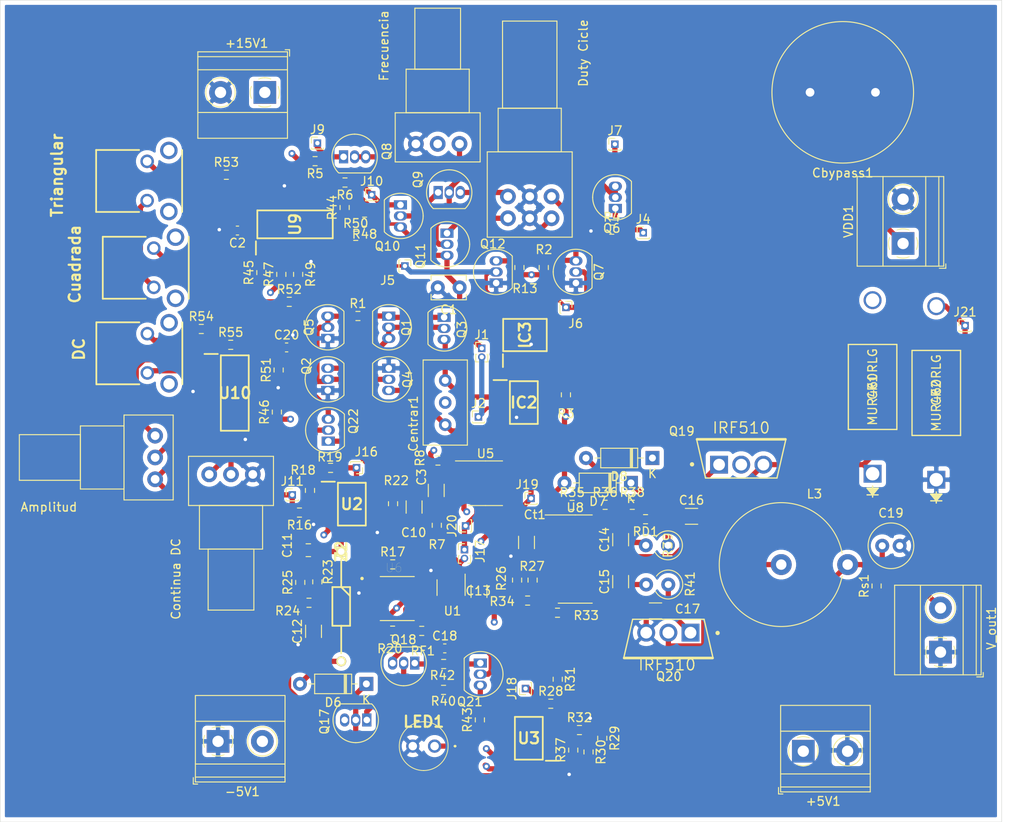
<source format=kicad_pcb>
(kicad_pcb (version 20171130) (host pcbnew "(5.1.10)-1")
  (layers (0 F.Cu signal) (1 In1.Cu signal) (2 In2.Cu signal) (31 B.Cu signal) (34 B.Paste user) (35 F.Paste user) (36 B.SilkS user) (37 F.SilkS user) (38 B.Mask user) (39 F.Mask user) (44 Edge.Cuts user))
  (net 0 "")
  (net 1 GND)
  (net 2 /control/OUT_Capacitor)
  (net 3 +5V)
  (net 4 +15V)
  (net 5 "Net-(C10-Pad2)")
  (net 6 "Net-(C10-Pad1)")
  (net 7 "Net-(C11-Pad2)")
  (net 8 "Net-(C12-Pad2)")
  (net 9 "Net-(C13-Pad2)")
  (net 10 "Net-(C13-Pad1)")
  (net 11 "Net-(C14-Pad2)")
  (net 12 "Net-(C14-Pad1)")
  (net 13 "Net-(C16-Pad1)")
  (net 14 "Net-(C17-Pad1)")
  (net 15 "Net-(C18-Pad2)")
  (net 16 "Net-(C19-Pad1)")
  (net 17 VD)
  (net 18 "Net-(Ct1-Pad2)")
  (net 19 "Net-(D6-Pad2)")
  (net 20 "Net-(D6-Pad1)")
  (net 21 "Net-(D7-Pad1)")
  (net 22 "Net-(D8-Pad2)")
  (net 23 "Net-(J4-Pad1)")
  (net 24 /control/V_flipflop)
  (net 25 "Net-(J9-Pad1)")
  (net 26 "Net-(J10-Pad1)")
  (net 27 /control2/Vo_control)
  (net 28 -5V)
  (net 29 "Net-(J17-Pad1)")
  (net 30 +2V5)
  (net 31 "Net-(J19-Pad1)")
  (net 32 "Net-(Q1-Pad2)")
  (net 33 "Net-(Q2-Pad2)")
  (net 34 "Net-(Q10-Pad2)")
  (net 35 "Net-(Q17-Pad1)")
  (net 36 "Net-(Q18-Pad1)")
  (net 37 "Net-(Q21-Pad3)")
  (net 38 "Net-(R16-Pad1)")
  (net 39 "Net-(R17-Pad1)")
  (net 40 "Net-(R18-Pad1)")
  (net 41 "Net-(R20-Pad1)")
  (net 42 "Net-(R26-Pad2)")
  (net 43 "Net-(R26-Pad1)")
  (net 44 "Net-(R28-Pad2)")
  (net 45 "Net-(R29-Pad2)")
  (net 46 "Net-(R33-Pad1)")
  (net 47 "Net-(R35-Pad2)")
  (net 48 "Net-(R41-Pad2)")
  (net 49 "Net-(LED1-Pad1)")
  (net 50 "Net-(R50-Pad1)")
  (net 51 "Net-(R48-Pad1)")
  (net 52 "Net-(U8-Pad12)")
  (net 53 "Net-(U8-Pad5)")
  (net 54 "Net-(C20-Pad1)")
  (net 55 "Net-(R44-Pad2)")
  (net 56 "Net-(R44-Pad1)")
  (net 57 "Net-(R45-Pad1)")
  (net 58 "Net-(R45-Pad2)")
  (net 59 "Net-(R46-Pad2)")
  (net 60 "Net-(R49-Pad2)")
  (net 61 "Net-(R53-Pad1)")
  (net 62 "Net-(R55-Pad1)")
  (net 63 "Net-(RV4-Pad2)")
  (net 64 "Net-(IC2-Pad1)")
  (net 65 "Net-(IC2-Pad3)")
  (net 66 "Net-(IC2-Pad7)")
  (net 67 "Net-(IC2-Pad8)")
  (net 68 "Net-(IC3-Pad1)")
  (net 69 "Net-(IC3-Pad4)")
  (net 70 "Net-(IC3-Pad5)")
  (net 71 "Net-(IC3-Pad6)")
  (net 72 "Net-(IC3-Pad8)")
  (net 73 "Net-(IC3-Pad9)")
  (net 74 "Net-(IC3-Pad10)")
  (net 75 "Net-(IC3-Pad14)")
  (net 76 "Net-(U9-Pad4)")
  (net 77 "Net-(U9-Pad11)")
  (net 78 "Net-(Q22-Pad2)")
  (net 79 "Net-(C3-Pad2)")
  (net 80 /potencia/V_Out)
  (net 81 "Net-(R39-Pad2)")
  (net 82 "Net-(Centrar1-Pad1)")
  (net 83 "Net-(Centrar1-Pad3)")
  (net 84 "Net-(Cuadrada1-Pad1)")
  (net 85 "Net-(Cuadrada1-Pad2)")
  (net 86 "Net-(DC2-Pad1)")
  (net 87 "Net-(DutyCicle1-Pad3)")
  (net 88 "Net-(DutyCicle1-Pad1)")
  (net 89 "Net-(DutyCicle1-Pad6)")
  (net 90 "Net-(DutyCicle1-Pad4)")
  (net 91 "Net-(Frecuencia1-Pad1)")
  (module Resistor_SMD:R_0603_1608Metric (layer F.Cu) (at 168.57472 57.67324)
    (fp_text reference R54 (at 0 -1.43) (layer F.SilkS))
    (fp_text value 10k)
    (pad 2 smd roundrect (at 0.825 0) (size 0.8 0.95) (layers F.Cu F.Paste F.Mask) (net 54 "Net-(C20-Pad1)"))
    (pad 1 smd roundrect (at -0.825 0) (size 0.8 0.95) (layers F.Cu F.Paste F.Mask) (net 86 "Net-(DC2-Pad1)"))
  )
  (module Package_TO_SOT_THT:TO-92_Inline (layer F.Cu) (at 184.8866 37.9222)
    (fp_text reference Q8 (at 4.9657 -0.6223 90) (layer F.SilkS))
    (fp_text value 2N3906)
    (pad 2 thru_hole oval (at 1.27 0) (size 1.05 1.5) (drill 0.75) (layers *.Cu *.Mask) (net 34 "Net-(Q10-Pad2)"))
    (pad 3 thru_hole oval (at 2.54 0) (size 1.05 1.5) (drill 0.75) (layers *.Cu *.Mask) (net 34 "Net-(Q10-Pad2)"))
    (pad 1 thru_hole rect (at 0 0) (size 1.05 1.5) (drill 0.75) (layers *.Cu *.Mask) (net 25 "Net-(J9-Pad1)"))
  )
  (module Potentiometer_THT:Potentiometer_Alps_RK09Y11_Single_Horizontal (layer F.Cu) (at 198.1835 36.4363 90)
    (fp_text reference Frecuencia (at 11.25474 -8.66394 90) (layer F.SilkS))
    (fp_text value 500K)
    (pad 3 thru_hole circle (at 0 -5 90) (size 1.8 1.8) (drill 1) (layers *.Cu *.Mask) (net 1 GND))
    (pad 2 thru_hole circle (at 0 -2.5 90) (size 1.8 1.8) (drill 1) (layers *.Cu *.Mask) (net 4 +15V))
    (pad 1 thru_hole circle (at 0 0 90) (size 1.8 1.8) (drill 1) (layers *.Cu *.Mask) (net 91 "Net-(Frecuencia1-Pad1)"))
  )
  (module Diode_THT:D_DO-35_SOD27_P7.62mm_Horizontal (layer F.Cu) (at 220.3069 72.4789 180)
    (fp_text reference D8 (at 3.81 -2.12) (layer F.SilkS))
    (fp_text value BAV21)
    (fp_text user K (at 0 -1.8) (layer F.SilkS))
    (pad 2 thru_hole oval (at 7.62 0 180) (size 1.6 1.6) (drill 0.8) (layers *.Cu *.Mask) (net 22 "Net-(D8-Pad2)"))
    (pad 1 thru_hole rect (at 0 0 180) (size 1.6 1.6) (drill 0.8) (layers *.Cu *.Mask) (net 17 VD))
  )
  (module Resistor_SMD:R_0603_1608Metric (layer F.Cu) (at 190.5254 84.6836)
    (fp_text reference R17 (at 0 -1.43) (layer F.SilkS))
    (fp_text value 50k)
    (pad 1 smd roundrect (at -0.825 0) (size 0.8 0.95) (layers F.Cu F.Paste F.Mask) (net 39 "Net-(R17-Pad1)"))
    (pad 2 smd roundrect (at 0.825 0) (size 0.8 0.95) (layers F.Cu F.Paste F.Mask) (net 9 "Net-(C13-Pad2)"))
  )
  (module "New folder:NSPW500BS" (layer F.Cu) (at 195.326 105.537 90)
    (fp_text reference LED1 (at 2.8 -1.25 180) (layer F.SilkS) (effects (font (size 1.27 1.27) (thickness 0.254))))
    (fp_text value NSPW500BS hide)
    (pad 1 thru_hole circle (at 0 0 90) (size 1.521 1.521) (drill 0.97782) (layers *.Cu *.Mask) (net 49 "Net-(LED1-Pad1)"))
    (pad 2 thru_hole circle (at 0 -2.5 90) (size 1.521 1.521) (drill 0.97782) (layers *.Cu *.Mask) (net 1 GND))
  )
  (module "New folder:MUR460RLG" (layer F.Cu) (at 245.5545 74.2823 90)
    (fp_text reference CR1 (at 9.9568 0 90) (layer F.SilkS))
    (fp_text value MUR460RLG (at 9.9568 0 90) (layer F.SilkS))
    (fp_text user * (at 0 0 90) (layer F.SilkS))
    (pad 1 thru_hole rect (at 0 0 90) (size 2.0574 2.0574) (drill 1.5494) (layers *.Cu *.Mask) (net 12 "Net-(C14-Pad1)"))
    (pad 2 thru_hole circle (at 19.9136 0 90) (size 2.0574 2.0574) (drill 1.5494) (layers *.Cu *.Mask) (net 17 VD))
  )
  (module Capacitor_SMD:C_1206_3216Metric (layer F.Cu) (at 224.79 79.1718)
    (fp_text reference C16 (at 0 -1.85) (layer F.SilkS))
    (fp_text value 1n)
    (pad 1 smd roundrect (at -1.475 0) (size 1.15 1.8) (layers F.Cu F.Paste F.Mask) (roundrect_rratio 0.217391) (net 13 "Net-(C16-Pad1)"))
    (pad 2 smd roundrect (at 1.475 0) (size 1.15 1.8) (layers F.Cu F.Paste F.Mask) (roundrect_rratio 0.217391) (net 12 "Net-(C14-Pad1)"))
  )
  (module Resistor_SMD:R_0603_1608Metric (layer F.Cu) (at 178.6636 54.5592)
    (fp_text reference R52 (at 0 -1.43) (layer F.SilkS))
    (fp_text value 10k)
    (pad 2 smd roundrect (at 0.825 0) (size 0.8 0.95) (layers F.Cu F.Paste F.Mask) (net 60 "Net-(R49-Pad2)"))
    (pad 1 smd roundrect (at -0.825 0) (size 0.8 0.95) (layers F.Cu F.Paste F.Mask) (net 84 "Net-(Cuadrada1-Pad1)"))
  )
  (module Package_TO_SOT_THT:TO-92_Inline (layer F.Cu) (at 183.134 70.5485 90)
    (fp_text reference Q22 (at 2.29616 2.88798 90) (layer F.SilkS))
    (fp_text value Q_PMOS_DGS)
    (pad 1 thru_hole rect (at 0 0 90) (size 1.05 1.5) (drill 0.75) (layers *.Cu *.Mask) (net 3 +5V))
    (pad 3 thru_hole oval (at 2.54 0 90) (size 1.05 1.5) (drill 0.75) (layers *.Cu *.Mask) (net 54 "Net-(C20-Pad1)"))
    (pad 2 thru_hole oval (at 1.27 0 90) (size 1.05 1.5) (drill 0.75) (layers *.Cu *.Mask) (net 78 "Net-(Q22-Pad2)"))
  )
  (module Potentiometer_THT:Potentiometer_Alps_RK097_Dual_Horizontal (layer F.Cu) (at 208.7372 42.4688 90)
    (fp_text reference "Duty Cicle" (at 16.45412 3.64744 90) (layer F.SilkS))
    (fp_text value R_POT_Dual)
    (pad 3 thru_hole circle (at 0 -5 90) (size 1.8 1.8) (drill 1) (layers *.Cu *.Mask) (net 87 "Net-(DutyCicle1-Pad3)"))
    (pad 2 thru_hole circle (at 0 -2.5 90) (size 1.8 1.8) (drill 1) (layers *.Cu *.Mask) (net 1 GND))
    (pad 1 thru_hole circle (at 0 0 90) (size 1.8 1.8) (drill 1) (layers *.Cu *.Mask) (net 88 "Net-(DutyCicle1-Pad1)"))
    (pad 6 thru_hole circle (at -2.5 -5 90) (size 1.8 1.8) (drill 1) (layers *.Cu *.Mask) (net 89 "Net-(DutyCicle1-Pad6)"))
    (pad 5 thru_hole circle (at -2.5 -2.5 90) (size 1.8 1.8) (drill 1) (layers *.Cu *.Mask) (net 1 GND))
    (pad 4 thru_hole circle (at -2.5 0 90) (size 1.8 1.8) (drill 1) (layers *.Cu *.Mask) (net 90 "Net-(DutyCicle1-Pad4)"))
  )
  (module Connector_PinHeader_1.00mm:PinHeader_1x01_P1.00mm_Vertical (layer F.Cu) (at 188.1124 42.2783)
    (fp_text reference J10 (at 0 -1.56) (layer F.SilkS))
    (fp_text value Conn_01x01_Male)
    (pad 1 thru_hole rect (at 0 0) (size 0.85 0.85) (drill 0.5) (layers *.Cu *.Mask) (net 26 "Net-(J10-Pad1)"))
  )
  (module Capacitor_THT:C_Disc_D3.8mm_W2.6mm_P2.50mm (layer F.Cu) (at 198.1962 52.9082 180)
    (fp_text reference C1 (at 1.25 -2.55) (layer F.SilkS))
    (fp_text value 200n)
    (pad 1 thru_hole circle (at 0 0 180) (size 1.6 1.6) (drill 0.8) (layers *.Cu *.Mask) (net 2 /control/OUT_Capacitor))
    (pad 2 thru_hole circle (at 2.5 0 180) (size 1.6 1.6) (drill 0.8) (layers *.Cu *.Mask) (net 1 GND))
  )
  (module Capacitor_SMD:C_0805_2012Metric (layer F.Cu) (at 180.848 83.058 180)
    (fp_text reference C11 (at 2.413 0.5588 90) (layer F.SilkS))
    (fp_text value 0.15n)
    (pad 1 smd roundrect (at -0.95 0 180) (size 1 1.45) (layers F.Cu F.Paste F.Mask) (net 5 "Net-(C10-Pad2)"))
    (pad 2 smd roundrect (at 0.95 0 180) (size 1 1.45) (layers F.Cu F.Paste F.Mask) (net 7 "Net-(C11-Pad2)"))
  )
  (module Capacitor_SMD:C_1206_3216Metric (layer F.Cu) (at 181.4449 92.3671 90)
    (fp_text reference C12 (at 0 -1.85 90) (layer F.SilkS))
    (fp_text value 10p)
    (pad 1 smd roundrect (at -1.475 0 90) (size 1.15 1.8) (layers F.Cu F.Paste F.Mask) (roundrect_rratio 0.217391) (net 1 GND))
    (pad 2 smd roundrect (at 1.475 0 90) (size 1.15 1.8) (layers F.Cu F.Paste F.Mask) (roundrect_rratio 0.217391) (net 8 "Net-(C12-Pad2)"))
  )
  (module Capacitor_SMD:C_1206_3216Metric (layer F.Cu) (at 200.4187 87.7697 90)
    (fp_text reference C13 (at 0.04318 -0.0889 180) (layer F.SilkS))
    (fp_text value 100p)
    (pad 2 smd roundrect (at 1.475 0 90) (size 1.15 1.8) (layers F.Cu F.Paste F.Mask) (roundrect_rratio 0.217391) (net 9 "Net-(C13-Pad2)"))
    (pad 1 smd roundrect (at -1.475 0 90) (size 1.15 1.8) (layers F.Cu F.Paste F.Mask) (roundrect_rratio 0.217391) (net 10 "Net-(C13-Pad1)"))
  )
  (module Capacitor_SMD:C_1206_3216Metric (layer F.Cu) (at 216.662 81.8515 90)
    (fp_text reference C14 (at 0 -1.85 90) (layer F.SilkS))
    (fp_text value 22n)
    (pad 2 smd roundrect (at 1.475 0 90) (size 1.15 1.8) (layers F.Cu F.Paste F.Mask) (roundrect_rratio 0.217391) (net 11 "Net-(C14-Pad2)"))
    (pad 1 smd roundrect (at -1.475 0 90) (size 1.15 1.8) (layers F.Cu F.Paste F.Mask) (roundrect_rratio 0.217391) (net 12 "Net-(C14-Pad1)"))
  )
  (module Capacitor_SMD:C_1206_3216Metric (layer F.Cu) (at 216.662 86.6648 90)
    (fp_text reference C15 (at 0 -1.85 90) (layer F.SilkS))
    (fp_text value 22n)
    (pad 1 smd roundrect (at -1.475 0 90) (size 1.15 1.8) (layers F.Cu F.Paste F.Mask) (roundrect_rratio 0.217391) (net 1 GND))
    (pad 2 smd roundrect (at 1.475 0 90) (size 1.15 1.8) (layers F.Cu F.Paste F.Mask) (roundrect_rratio 0.217391) (net 4 +15V))
  )
  (module Capacitor_SMD:C_1206_3216Metric (layer F.Cu) (at 220.6625 90.0176 180)
    (fp_text reference C17 (at -3.67284 0.21844) (layer F.SilkS))
    (fp_text value 1n)
    (pad 2 smd roundrect (at 1.475 0 180) (size 1.15 1.8) (layers F.Cu F.Paste F.Mask) (roundrect_rratio 0.217391) (net 1 GND))
    (pad 1 smd roundrect (at -1.475 0 180) (size 1.15 1.8) (layers F.Cu F.Paste F.Mask) (roundrect_rratio 0.217391) (net 14 "Net-(C17-Pad1)"))
  )
  (module Capacitor_SMD:C_0603_1608Metric (layer F.Cu) (at 196.4944 94.3229)
    (fp_text reference C18 (at 0 -1.43) (layer F.SilkS))
    (fp_text value 100n)
    (pad 2 smd roundrect (at 0.775 0) (size 0.9 0.95) (layers F.Cu F.Paste F.Mask) (net 15 "Net-(C18-Pad2)"))
    (pad 1 smd roundrect (at -0.775 0) (size 0.9 0.95) (layers F.Cu F.Paste F.Mask) (net 5 "Net-(C10-Pad2)"))
  )
  (module Capacitor_THT:C_Radial_D5.0mm_H11.0mm_P2.00mm (layer F.Cu) (at 246.6594 82.55)
    (fp_text reference C19 (at 1 -3.75) (layer F.SilkS))
    (fp_text value 1u)
    (pad 1 thru_hole circle (at 0 0) (size 1.6 1.6) (drill 0.8) (layers *.Cu *.Mask) (net 16 "Net-(C19-Pad1)"))
    (pad 2 thru_hole circle (at 2 0) (size 1.6 1.6) (drill 0.8) (layers *.Cu *.Mask) (net 1 GND))
  )
  (module Capacitor_SMD:C_0603_1608Metric (layer F.Cu) (at 178.3588 59.7916)
    (fp_text reference C20 (at 0 -1.43) (layer F.SilkS))
    (fp_text value 0.01u)
    (pad 1 smd roundrect (at -0.775 0) (size 0.9 0.95) (layers F.Cu F.Paste F.Mask) (net 54 "Net-(C20-Pad1)"))
    (pad 2 smd roundrect (at 0.775 0) (size 0.9 0.95) (layers F.Cu F.Paste F.Mask) (net 1 GND))
  )
  (module "New folder:MUR460RLG" (layer F.Cu) (at 252.857 74.9681 90)
    (fp_text reference CR2 (at 9.9568 0 90) (layer F.SilkS))
    (fp_text value MUR460RLG (at 9.9568 0 90) (layer F.SilkS))
    (fp_text user * (at 0 0 90) (layer F.SilkS))
    (pad 2 thru_hole circle (at 19.9136 0 90) (size 2.0574 2.0574) (drill 1.5494) (layers *.Cu *.Mask) (net 12 "Net-(C14-Pad1)"))
    (pad 1 thru_hole rect (at 0 0 90) (size 2.0574 2.0574) (drill 1.5494) (layers *.Cu *.Mask) (net 1 GND))
  )
  (module Capacitor_SMD:C_1206_3216Metric (layer F.Cu) (at 205.867 82.169 90)
    (fp_text reference Ct1 (at 3.19024 0.94488 180) (layer F.SilkS))
    (fp_text value 10p)
    (pad 1 smd roundrect (at -1.475 0 90) (size 1.15 1.8) (layers F.Cu F.Paste F.Mask) (roundrect_rratio 0.217391) (net 1 GND))
    (pad 2 smd roundrect (at 1.475 0 90) (size 1.15 1.8) (layers F.Cu F.Paste F.Mask) (roundrect_rratio 0.217391) (net 18 "Net-(Ct1-Pad2)"))
  )
  (module Diode_THT:D_DO-35_SOD27_P7.62mm_Horizontal (layer F.Cu) (at 187.5028 98.3996 180)
    (fp_text reference D6 (at 3.81 -2.12) (layer F.SilkS))
    (fp_text value 1N4148)
    (fp_text user K (at 0 -1.8) (layer F.SilkS))
    (pad 1 thru_hole rect (at 0 0 180) (size 1.6 1.6) (drill 0.8) (layers *.Cu *.Mask) (net 20 "Net-(D6-Pad1)"))
    (pad 2 thru_hole oval (at 7.62 0 180) (size 1.6 1.6) (drill 0.8) (layers *.Cu *.Mask) (net 19 "Net-(D6-Pad2)"))
  )
  (module Diode_THT:D_DO-35_SOD27_P7.62mm_Horizontal (layer F.Cu) (at 217.8431 75.3364 180)
    (fp_text reference D7 (at 3.81 -2.12) (layer F.SilkS))
    (fp_text value 1N4448)
    (fp_text user K (at 0 -1.8) (layer F.SilkS))
    (pad 1 thru_hole rect (at 0 0 180) (size 1.6 1.6) (drill 0.8) (layers *.Cu *.Mask) (net 21 "Net-(D7-Pad1)"))
    (pad 2 thru_hole oval (at 7.62 0 180) (size 1.6 1.6) (drill 0.8) (layers *.Cu *.Mask) (net 4 +15V))
  )
  (module "New folder:SOIC127P600X175-8N" (layer F.Cu) (at 205.5622 66.1162)
    (fp_text reference IC2 (at 0 0) (layer F.SilkS) (effects (font (size 1.27 1.27) (thickness 0.254))))
    (fp_text value LM393AD hide)
    (pad 1 smd rect (at -2.711 -1.905 90) (size 0.65 1.528) (layers F.Cu F.Paste F.Mask) (net 64 "Net-(IC2-Pad1)"))
    (pad 2 smd rect (at -2.711 -0.635 90) (size 0.65 1.528) (layers F.Cu F.Paste F.Mask) (net 82 "Net-(Centrar1-Pad1)"))
    (pad 3 smd rect (at -2.711 0.635 90) (size 0.65 1.528) (layers F.Cu F.Paste F.Mask) (net 65 "Net-(IC2-Pad3)"))
    (pad 4 smd rect (at -2.711 1.905 90) (size 0.65 1.528) (layers F.Cu F.Paste F.Mask) (net 1 GND))
    (pad 5 smd rect (at 2.711 1.905 90) (size 0.65 1.528) (layers F.Cu F.Paste F.Mask) (net 83 "Net-(Centrar1-Pad3)"))
    (pad 6 smd rect (at 2.711 0.635 90) (size 0.65 1.528) (layers F.Cu F.Paste F.Mask) (net 65 "Net-(IC2-Pad3)"))
    (pad 7 smd rect (at 2.711 -0.635 90) (size 0.65 1.528) (layers F.Cu F.Paste F.Mask) (net 66 "Net-(IC2-Pad7)"))
    (pad 8 smd rect (at 2.711 -1.905 90) (size 0.65 1.528) (layers F.Cu F.Paste F.Mask) (net 67 "Net-(IC2-Pad8)"))
  )
  (module "New folder:SOP65P640X110-14N" (layer F.Cu) (at 205.6892 58.3692 90)
    (fp_text reference IC3 (at 0 0 90) (layer F.SilkS) (effects (font (size 1.27 1.27) (thickness 0.254))))
    (fp_text value 74HC02PW,112 hide)
    (pad 1 smd rect (at -2.938 -1.95 180) (size 0.45 1.475) (layers F.Cu F.Paste F.Mask) (net 68 "Net-(IC3-Pad1)"))
    (pad 2 smd rect (at -2.938 -1.3 180) (size 0.45 1.475) (layers F.Cu F.Paste F.Mask) (net 64 "Net-(IC2-Pad1)"))
    (pad 3 smd rect (at -2.938 -0.65 180) (size 0.45 1.475) (layers F.Cu F.Paste F.Mask) (net 24 /control/V_flipflop))
    (pad 4 smd rect (at -2.938 0 180) (size 0.45 1.475) (layers F.Cu F.Paste F.Mask) (net 69 "Net-(IC3-Pad4)"))
    (pad 5 smd rect (at -2.938 0.65 180) (size 0.45 1.475) (layers F.Cu F.Paste F.Mask) (net 70 "Net-(IC3-Pad5)"))
    (pad 6 smd rect (at -2.938 1.3 180) (size 0.45 1.475) (layers F.Cu F.Paste F.Mask) (net 71 "Net-(IC3-Pad6)"))
    (pad 7 smd rect (at -2.938 1.95 180) (size 0.45 1.475) (layers F.Cu F.Paste F.Mask) (net 1 GND))
    (pad 8 smd rect (at 2.938 1.95 180) (size 0.45 1.475) (layers F.Cu F.Paste F.Mask) (net 72 "Net-(IC3-Pad8)"))
    (pad 9 smd rect (at 2.938 1.3 180) (size 0.45 1.475) (layers F.Cu F.Paste F.Mask) (net 73 "Net-(IC3-Pad9)"))
    (pad 10 smd rect (at 2.938 0.65 180) (size 0.45 1.475) (layers F.Cu F.Paste F.Mask) (net 74 "Net-(IC3-Pad10)"))
    (pad 11 smd rect (at 2.938 0 180) (size 0.45 1.475) (layers F.Cu F.Paste F.Mask) (net 66 "Net-(IC2-Pad7)"))
    (pad 12 smd rect (at 2.938 -0.65 180) (size 0.45 1.475) (layers F.Cu F.Paste F.Mask) (net 68 "Net-(IC3-Pad1)"))
    (pad 13 smd rect (at 2.938 -1.3 180) (size 0.45 1.475) (layers F.Cu F.Paste F.Mask) (net 24 /control/V_flipflop))
    (pad 14 smd rect (at 2.938 -1.95 180) (size 0.45 1.475) (layers F.Cu F.Paste F.Mask) (net 75 "Net-(IC3-Pad14)"))
  )
  (module Connector_PinHeader_1.00mm:PinHeader_1x02_P1.00mm_Vertical (layer F.Cu) (at 200.7362 59.8932)
    (fp_text reference J1 (at 0 -1.56) (layer F.SilkS))
    (fp_text value Conn_01x02_Male)
    (pad 1 thru_hole rect (at 0 0) (size 0.85 0.85) (drill 0.5) (layers *.Cu *.Mask) (net 2 /control/OUT_Capacitor))
    (pad 2 thru_hole oval (at 0 1) (size 0.85 0.85) (drill 0.5) (layers *.Cu *.Mask) (net 65 "Net-(IC2-Pad3)"))
  )
  (module TerminalBlock_Phoenix:TerminalBlock_Phoenix_MKDS-1,5-2-5.08_1x02_P5.08mm_Horizontal (layer F.Cu) (at 175.8569 30.5308 180)
    (fp_text reference +15V1 (at 2.0701 5.6388) (layer F.SilkS))
    (fp_text value +15)
    (pad 2 thru_hole circle (at 5.08 0 180) (size 2.6 2.6) (drill 1.3) (layers *.Cu *.Mask) (net 1 GND))
    (pad 1 thru_hole rect (at 0 0 180) (size 2.6 2.6) (drill 1.3) (layers *.Cu *.Mask) (net 4 +15V))
  )
  (module Connector_PinHeader_1.00mm:PinHeader_1x01_P1.00mm_Vertical (layer F.Cu) (at 200.3552 67.7672)
    (fp_text reference J2 (at 0 -1.56) (layer F.SilkS))
    (fp_text value Conn_01x01_Male)
    (pad 1 thru_hole rect (at 0 0) (size 0.85 0.85) (drill 0.5) (layers *.Cu *.Mask) (net 65 "Net-(IC2-Pad3)"))
  )
  (module Connector_PinHeader_1.00mm:PinHeader_1x01_P1.00mm_Vertical (layer F.Cu) (at 219.2528 46.6344)
    (fp_text reference J4 (at 0 -1.56) (layer F.SilkS))
    (fp_text value Conn_01x01_Male)
    (pad 1 thru_hole rect (at 0 0) (size 0.85 0.85) (drill 0.5) (layers *.Cu *.Mask) (net 23 "Net-(J4-Pad1)"))
  )
  (module Connector_PinHeader_1.00mm:PinHeader_1x01_P1.00mm_Vertical (layer F.Cu) (at 191.9224 50.4444 270)
    (fp_text reference J5 (at 1.651 1.9812 180) (layer F.SilkS))
    (fp_text value Conn_01x01_Male)
    (pad 1 thru_hole rect (at 0 0 270) (size 0.85 0.85) (drill 0.5) (layers *.Cu *.Mask) (net 24 /control/V_flipflop))
  )
  (module Connector_PinHeader_1.00mm:PinHeader_1x01_P1.00mm_Vertical (layer F.Cu) (at 210.3882 55.1942 270)
    (fp_text reference J6 (at 1.8542 -1.1176 180) (layer F.SilkS))
    (fp_text value Conn_01x01_Male)
    (pad 1 thru_hole rect (at 0 0 270) (size 0.85 0.85) (drill 0.5) (layers *.Cu *.Mask) (net 68 "Net-(IC3-Pad1)"))
  )
  (module Connector_PinHeader_1.00mm:PinHeader_1x01_P1.00mm_Vertical (layer F.Cu) (at 216.0016 36.4744)
    (fp_text reference J7 (at 0 -1.56) (layer F.SilkS))
    (fp_text value Conn_01x01_Male)
    (pad 1 thru_hole rect (at 0 0) (size 0.85 0.85) (drill 0.5) (layers *.Cu *.Mask) (net 91 "Net-(Frecuencia1-Pad1)"))
  )
  (module Connector_PinHeader_1.00mm:PinHeader_1x01_P1.00mm_Vertical (layer F.Cu) (at 181.8894 36.3474)
    (fp_text reference J9 (at 0 -1.56) (layer F.SilkS))
    (fp_text value Conn_01x01_Male)
    (pad 1 thru_hole rect (at 0 0) (size 0.85 0.85) (drill 0.5) (layers *.Cu *.Mask) (net 25 "Net-(J9-Pad1)"))
  )
  (module Connector_PinHeader_1.00mm:PinHeader_1x01_P1.00mm_Vertical (layer F.Cu) (at 179.0065 76.708)
    (fp_text reference J11 (at 0 -1.56) (layer F.SilkS))
    (fp_text value Conn_01x01_Male)
    (pad 1 thru_hole rect (at 0 0) (size 0.85 0.85) (drill 0.5) (layers *.Cu *.Mask) (net 27 /control2/Vo_control))
  )
  (module Connector_PinHeader_1.00mm:PinHeader_1x01_P1.00mm_Vertical (layer F.Cu) (at 186.3725 73.5965 180)
    (fp_text reference J16 (at -1.12776 1.81864) (layer F.SilkS))
    (fp_text value Conn_01x01_Male)
    (pad 1 thru_hole rect (at 0 0 180) (size 0.85 0.85) (drill 0.5) (layers *.Cu *.Mask) (net 5 "Net-(C10-Pad2)"))
  )
  (module Connector_PinHeader_1.00mm:PinHeader_1x02_P1.00mm_Vertical (layer F.Cu) (at 198.755 82.9945)
    (fp_text reference J17 (at 1.79324 0.19558 90) (layer F.SilkS))
    (fp_text value Conn_01x02_Male)
    (pad 2 thru_hole oval (at 0 1) (size 0.85 0.85) (drill 0.5) (layers *.Cu *.Mask) (net 9 "Net-(C13-Pad2)"))
    (pad 1 thru_hole rect (at 0 0) (size 0.85 0.85) (drill 0.5) (layers *.Cu *.Mask) (net 29 "Net-(J17-Pad1)"))
  )
  (module Connector_PinHeader_1.00mm:PinHeader_1x01_P1.00mm_Vertical (layer F.Cu) (at 205.7527 98.933 90)
    (fp_text reference J18 (at 0 -1.56 90) (layer F.SilkS))
    (fp_text value Conn_01x01_Male)
    (pad 1 thru_hole rect (at 0 0 90) (size 0.85 0.85) (drill 0.5) (layers *.Cu *.Mask) (net 30 +2V5))
  )
  (module Connector_PinHeader_1.00mm:PinHeader_1x01_P1.00mm_Vertical (layer F.Cu) (at 206.3877 77.1144)
    (fp_text reference J19 (at -0.45212 -1.6002) (layer F.SilkS))
    (fp_text value Conn_01x01_Male)
    (pad 1 thru_hole rect (at 0 0) (size 0.85 0.85) (drill 0.5) (layers *.Cu *.Mask) (net 31 "Net-(J19-Pad1)"))
  )
  (module Connector_PinHeader_1.00mm:PinHeader_1x01_P1.00mm_Vertical (layer F.Cu) (at 256.159 57.2897)
    (fp_text reference J21 (at 0 -1.56) (layer F.SilkS))
    (fp_text value Conn_01x01_Male)
    (pad 1 thru_hole rect (at 0 0) (size 0.85 0.85) (drill 0.5) (layers *.Cu *.Mask) (net 12 "Net-(C14-Pad1)"))
  )
  (module TerminalBlock_Phoenix:TerminalBlock_Phoenix_MKDS-1,5-2-5.08_1x02_P5.08mm_Horizontal (layer F.Cu) (at 237.60684 106.12628)
    (fp_text reference +5V1 (at 2.286 5.7404) (layer F.SilkS))
    (fp_text value +5)
    (pad 1 thru_hole rect (at 0 0) (size 2.6 2.6) (drill 1.3) (layers *.Cu *.Mask) (net 3 +5V))
    (pad 2 thru_hole circle (at 5.08 0) (size 2.6 2.6) (drill 1.3) (layers *.Cu *.Mask) (net 1 GND))
  )
  (module Package_TO_SOT_THT:TO-92_Inline (layer F.Cu) (at 190.0682 56.2102 270)
    (fp_text reference Q1 (at 1.27 -2.032 90) (layer F.SilkS))
    (fp_text value 2N3906)
    (pad 2 thru_hole oval (at 1.27 0 270) (size 1.05 1.5) (drill 0.75) (layers *.Cu *.Mask) (net 32 "Net-(Q1-Pad2)"))
    (pad 3 thru_hole oval (at 2.54 0 270) (size 1.05 1.5) (drill 0.75) (layers *.Cu *.Mask) (net 32 "Net-(Q1-Pad2)"))
    (pad 1 thru_hole rect (at 0 0 270) (size 1.05 1.5) (drill 0.75) (layers *.Cu *.Mask) (net 4 +15V))
  )
  (module Package_TO_SOT_THT:TO-92_Inline (layer F.Cu) (at 183.0832 64.7192 90)
    (fp_text reference Q2 (at 2.77876 -2.44348 90) (layer F.SilkS))
    (fp_text value 2N3904)
    (pad 1 thru_hole rect (at 0 0 90) (size 1.05 1.5) (drill 0.75) (layers *.Cu *.Mask) (net 1 GND))
    (pad 3 thru_hole oval (at 2.54 0 90) (size 1.05 1.5) (drill 0.75) (layers *.Cu *.Mask) (net 32 "Net-(Q1-Pad2)"))
    (pad 2 thru_hole oval (at 1.27 0 90) (size 1.05 1.5) (drill 0.75) (layers *.Cu *.Mask) (net 33 "Net-(Q2-Pad2)"))
  )
  (module Package_TO_SOT_THT:TO-92_Inline (layer F.Cu) (at 196.4182 56.3372 270)
    (fp_text reference Q3 (at 1.397 -2.032 90) (layer F.SilkS))
    (fp_text value 2N3906)
    (pad 1 thru_hole rect (at 0 0 270) (size 1.05 1.5) (drill 0.75) (layers *.Cu *.Mask) (net 4 +15V))
    (pad 3 thru_hole oval (at 2.54 0 270) (size 1.05 1.5) (drill 0.75) (layers *.Cu *.Mask) (net 82 "Net-(Centrar1-Pad1)"))
    (pad 2 thru_hole oval (at 1.27 0 270) (size 1.05 1.5) (drill 0.75) (layers *.Cu *.Mask) (net 32 "Net-(Q1-Pad2)"))
  )
  (module Package_TO_SOT_THT:TO-92_Inline (layer F.Cu) (at 190.0682 62.1792 270)
    (fp_text reference Q4 (at 1.27 -2.159 90) (layer F.SilkS))
    (fp_text value 2N3904)
    (pad 1 thru_hole rect (at 0 0 270) (size 1.05 1.5) (drill 0.75) (layers *.Cu *.Mask) (net 1 GND))
    (pad 3 thru_hole oval (at 2.54 0 270) (size 1.05 1.5) (drill 0.75) (layers *.Cu *.Mask) (net 83 "Net-(Centrar1-Pad3)"))
    (pad 2 thru_hole oval (at 1.27 0 270) (size 1.05 1.5) (drill 0.75) (layers *.Cu *.Mask) (net 33 "Net-(Q2-Pad2)"))
  )
  (module Package_TO_SOT_THT:TO-92_Inline (layer F.Cu) (at 183.0832 58.7502 90)
    (fp_text reference Q5 (at 1.27 -2.159 90) (layer F.SilkS))
    (fp_text value 2N3904)
    (pad 2 thru_hole oval (at 1.27 0 90) (size 1.05 1.5) (drill 0.75) (layers *.Cu *.Mask) (net 33 "Net-(Q2-Pad2)"))
    (pad 3 thru_hole oval (at 2.54 0 90) (size 1.05 1.5) (drill 0.75) (layers *.Cu *.Mask) (net 33 "Net-(Q2-Pad2)"))
    (pad 1 thru_hole rect (at 0 0 90) (size 1.05 1.5) (drill 0.75) (layers *.Cu *.Mask) (net 1 GND))
  )
  (module Package_TO_SOT_THT:TO-92_Inline (layer F.Cu) (at 216.0524 43.8404 90)
    (fp_text reference Q6 (at -2.286 -0.4064 180) (layer F.SilkS))
    (fp_text value 2N3904)
    (pad 1 thru_hole rect (at 0 0 90) (size 1.05 1.5) (drill 0.75) (layers *.Cu *.Mask) (net 23 "Net-(J4-Pad1)"))
    (pad 3 thru_hole oval (at 2.54 0 90) (size 1.05 1.5) (drill 0.75) (layers *.Cu *.Mask) (net 91 "Net-(Frecuencia1-Pad1)"))
    (pad 2 thru_hole oval (at 1.27 0 90) (size 1.05 1.5) (drill 0.75) (layers *.Cu *.Mask) (net 91 "Net-(Frecuencia1-Pad1)"))
  )
  (module Package_TO_SOT_THT:TO-92_Inline (layer F.Cu) (at 211.5312 52.4002 90)
    (fp_text reference Q7 (at 1.27 2.6416 90) (layer F.SilkS))
    (fp_text value 2N7000)
    (pad 2 thru_hole oval (at 1.27 0 90) (size 1.05 1.5) (drill 0.75) (layers *.Cu *.Mask) (net 68 "Net-(IC3-Pad1)"))
    (pad 3 thru_hole oval (at 2.54 0 90) (size 1.05 1.5) (drill 0.75) (layers *.Cu *.Mask) (net 88 "Net-(DutyCicle1-Pad1)"))
    (pad 1 thru_hole rect (at 0 0 90) (size 1.05 1.5) (drill 0.75) (layers *.Cu *.Mask) (net 1 GND))
  )
  (module Package_TO_SOT_THT:TO-92_Inline (layer F.Cu) (at 195.7324 42.0116)
    (fp_text reference Q9 (at -2.3114 -1.4859 90) (layer F.SilkS))
    (fp_text value 2N3906)
    (pad 2 thru_hole oval (at 1.27 0) (size 1.05 1.5) (drill 0.75) (layers *.Cu *.Mask) (net 91 "Net-(Frecuencia1-Pad1)"))
    (pad 3 thru_hole oval (at 2.54 0) (size 1.05 1.5) (drill 0.75) (layers *.Cu *.Mask) (net 87 "Net-(DutyCicle1-Pad3)"))
    (pad 1 thru_hole rect (at 0 0) (size 1.05 1.5) (drill 0.75) (layers *.Cu *.Mask) (net 34 "Net-(Q10-Pad2)"))
  )
  (module Package_TO_SOT_THT:TO-92_Inline (layer F.Cu) (at 191.4144 43.434 270)
    (fp_text reference Q10 (at 4.7371 1.4859 180) (layer F.SilkS))
    (fp_text value 2N3906)
    (pad 2 thru_hole oval (at 1.27 0 270) (size 1.05 1.5) (drill 0.75) (layers *.Cu *.Mask) (net 34 "Net-(Q10-Pad2)"))
    (pad 3 thru_hole oval (at 2.54 0 270) (size 1.05 1.5) (drill 0.75) (layers *.Cu *.Mask) (net 2 /control/OUT_Capacitor))
    (pad 1 thru_hole rect (at 0 0 270) (size 1.05 1.5) (drill 0.75) (layers *.Cu *.Mask) (net 26 "Net-(J10-Pad1)"))
  )
  (module Package_TO_SOT_THT:TO-92_Inline (layer F.Cu) (at 196.7484 46.6852 270)
    (fp_text reference Q11 (at 2.6035 3.0353 90) (layer F.SilkS))
    (fp_text value 2N3904)
    (pad 1 thru_hole rect (at 0 0 270) (size 1.05 1.5) (drill 0.75) (layers *.Cu *.Mask) (net 89 "Net-(DutyCicle1-Pad6)"))
    (pad 3 thru_hole oval (at 2.54 0 270) (size 1.05 1.5) (drill 0.75) (layers *.Cu *.Mask) (net 2 /control/OUT_Capacitor))
    (pad 2 thru_hole oval (at 1.27 0 270) (size 1.05 1.5) (drill 0.75) (layers *.Cu *.Mask) (net 91 "Net-(Frecuencia1-Pad1)"))
  )
  (module Package_TO_SOT_THT:TO-92_Inline (layer F.Cu) (at 202.3872 52.4002 90)
    (fp_text reference Q12 (at 4.4831 -0.3937 180) (layer F.SilkS))
    (fp_text value 2N7000)
    (pad 1 thru_hole rect (at 0 0 90) (size 1.05 1.5) (drill 0.75) (layers *.Cu *.Mask) (net 1 GND))
    (pad 3 thru_hole oval (at 2.54 0 90) (size 1.05 1.5) (drill 0.75) (layers *.Cu *.Mask) (net 90 "Net-(DutyCicle1-Pad4)"))
    (pad 2 thru_hole oval (at 1.27 0 90) (size 1.05 1.5) (drill 0.75) (layers *.Cu *.Mask) (net 24 /control/V_flipflop))
  )
  (module Package_TO_SOT_THT:TO-92_Inline (layer F.Cu) (at 187.5536 102.5398 180)
    (fp_text reference Q17 (at 4.8514 -0.1905 270) (layer F.SilkS))
    (fp_text value BC557)
    (pad 2 thru_hole oval (at 1.27 0 180) (size 1.05 1.5) (drill 0.75) (layers *.Cu *.Mask) (net 20 "Net-(D6-Pad1)"))
    (pad 3 thru_hole oval (at 2.54 0 180) (size 1.05 1.5) (drill 0.75) (layers *.Cu *.Mask) (net 28 -5V))
    (pad 1 thru_hole rect (at 0 0 180) (size 1.05 1.5) (drill 0.75) (layers *.Cu *.Mask) (net 35 "Net-(Q17-Pad1)"))
  )
  (module Package_TO_SOT_THT:TO-92_Inline (layer F.Cu) (at 193.0527 96.012 180)
    (fp_text reference Q18 (at 1.27 2.6924) (layer F.SilkS))
    (fp_text value BC547)
    (pad 2 thru_hole oval (at 1.27 0 180) (size 1.05 1.5) (drill 0.75) (layers *.Cu *.Mask) (net 35 "Net-(Q17-Pad1)"))
    (pad 3 thru_hole oval (at 2.54 0 180) (size 1.05 1.5) (drill 0.75) (layers *.Cu *.Mask) (net 5 "Net-(C10-Pad2)"))
    (pad 1 thru_hole rect (at 0 0 180) (size 1.05 1.5) (drill 0.75) (layers *.Cu *.Mask) (net 36 "Net-(Q18-Pad1)"))
  )
  (module Package_TO_SOT_THT:TO-92_Inline (layer F.Cu) (at 200.5711 96.012 270)
    (fp_text reference Q21 (at 4.4323 1.2065) (layer F.SilkS))
    (fp_text value BC557)
    (pad 1 thru_hole rect (at 0 0 270) (size 1.05 1.5) (drill 0.75) (layers *.Cu *.Mask) (net 15 "Net-(C18-Pad2)"))
    (pad 3 thru_hole oval (at 2.54 0 270) (size 1.05 1.5) (drill 0.75) (layers *.Cu *.Mask) (net 37 "Net-(Q21-Pad3)"))
    (pad 2 thru_hole oval (at 1.27 0 270) (size 1.05 1.5) (drill 0.75) (layers *.Cu *.Mask) (net 5 "Net-(C10-Pad2)"))
  )
  (module Resistor_SMD:R_0603_1608Metric (layer F.Cu) (at 186.5376 56.1848)
    (fp_text reference R1 (at 0 -1.43) (layer F.SilkS))
    (fp_text value 10K)
    (pad 2 smd roundrect (at 0.825 0) (size 0.8 0.95) (layers F.Cu F.Paste F.Mask) (net 4 +15V))
    (pad 1 smd roundrect (at -0.825 0) (size 0.8 0.95) (layers F.Cu F.Paste F.Mask) (net 33 "Net-(Q2-Pad2)"))
  )
  (module Resistor_SMD:R_0603_1608Metric (layer F.Cu) (at 207.8482 50.6222 270)
    (fp_text reference R2 (at -2.0574 -0.0254 180) (layer F.SilkS))
    (fp_text value 10K)
    (pad 1 smd roundrect (at -0.825 0 270) (size 0.8 0.95) (layers F.Cu F.Paste F.Mask) (net 88 "Net-(DutyCicle1-Pad1)"))
    (pad 2 smd roundrect (at 0.825 0 270) (size 0.8 0.95) (layers F.Cu F.Paste F.Mask) (net 3 +5V))
  )
  (module Resistor_SMD:R_0603_1608Metric (layer F.Cu) (at 210.3882 65.2272 90)
    (fp_text reference R3 (at -2.159 0 180) (layer F.SilkS))
    (fp_text value 3K)
    (pad 1 smd roundrect (at -0.825 0 90) (size 0.8 0.95) (layers F.Cu F.Paste F.Mask) (net 4 +15V))
    (pad 2 smd roundrect (at 0.825 0 90) (size 0.8 0.95) (layers F.Cu F.Paste F.Mask) (net 67 "Net-(IC2-Pad8)"))
  )
  (module Resistor_SMD:R_0603_1608Metric (layer F.Cu) (at 215.646 46.2788)
    (fp_text reference R4 (at 0 -1.43) (layer F.SilkS))
    (fp_text value 10k)
    (pad 1 smd roundrect (at -0.825 0) (size 0.8 0.95) (layers F.Cu F.Paste F.Mask) (net 1 GND))
    (pad 2 smd roundrect (at 0.825 0) (size 0.8 0.95) (layers F.Cu F.Paste F.Mask) (net 23 "Net-(J4-Pad1)"))
  )
  (module Resistor_SMD:R_0603_1608Metric (layer F.Cu) (at 181.6227 38.4175 180)
    (fp_text reference R5 (at 0 -1.43) (layer F.SilkS))
    (fp_text value 100)
    (pad 2 smd roundrect (at 0.825 0 180) (size 0.8 0.95) (layers F.Cu F.Paste F.Mask) (net 4 +15V))
    (pad 1 smd roundrect (at -0.825 0 180) (size 0.8 0.95) (layers F.Cu F.Paste F.Mask) (net 25 "Net-(J9-Pad1)"))
  )
  (module Resistor_SMD:R_0603_1608Metric (layer F.Cu) (at 185.0517 40.8686 180)
    (fp_text reference R6 (at 0 -1.43) (layer F.SilkS))
    (fp_text value 100)
    (pad 2 smd roundrect (at 0.825 0 180) (size 0.8 0.95) (layers F.Cu F.Paste F.Mask) (net 4 +15V))
    (pad 1 smd roundrect (at -0.825 0 180) (size 0.8 0.95) (layers F.Cu F.Paste F.Mask) (net 26 "Net-(J10-Pad1)"))
  )
  (module Resistor_SMD:R_0603_1608Metric (layer F.Cu) (at 205.0542 50.6222 90)
    (fp_text reference R13 (at -2.413 0.635 180) (layer F.SilkS))
    (fp_text value 10K)
    (pad 2 smd roundrect (at 0.825 0 90) (size 0.8 0.95) (layers F.Cu F.Paste F.Mask) (net 90 "Net-(DutyCicle1-Pad4)"))
    (pad 1 smd roundrect (at -0.825 0 90) (size 0.8 0.95) (layers F.Cu F.Paste F.Mask) (net 3 +5V))
  )
  (module Resistor_SMD:R_0603_1608Metric (layer F.Cu) (at 179.832 78.74 180)
    (fp_text reference R16 (at 0 -1.43) (layer F.SilkS))
    (fp_text value 10k)
    (pad 2 smd roundrect (at 0.825 0 180) (size 0.8 0.95) (layers F.Cu F.Paste F.Mask) (net 27 /control2/Vo_control))
    (pad 1 smd roundrect (at -0.825 0 180) (size 0.8 0.95) (layers F.Cu F.Paste F.Mask) (net 38 "Net-(R16-Pad1)"))
  )
  (module Resistor_SMD:R_0603_1608Metric (layer F.Cu) (at 181.0385 76.2 270)
    (fp_text reference R18 (at -2.33172 0.79248 180) (layer F.SilkS))
    (fp_text value 10k)
    (pad 2 smd roundrect (at 0.825 0 270) (size 0.8 0.95) (layers F.Cu F.Paste F.Mask) (net 38 "Net-(R16-Pad1)"))
    (pad 1 smd roundrect (at -0.825 0 270) (size 0.8 0.95) (layers F.Cu F.Paste F.Mask) (net 40 "Net-(R18-Pad1)"))
  )
  (module Resistor_SMD:R_0603_1608Metric (layer F.Cu) (at 183.4007 73.6092 180)
    (fp_text reference R19 (at 0.07874 1.23952) (layer F.SilkS))
    (fp_text value 10k)
    (pad 1 smd roundrect (at -0.825 0 180) (size 0.8 0.95) (layers F.Cu F.Paste F.Mask) (net 5 "Net-(C10-Pad2)"))
    (pad 2 smd roundrect (at 0.825 0 180) (size 0.8 0.95) (layers F.Cu F.Paste F.Mask) (net 40 "Net-(R18-Pad1)"))
  )
  (module Resistor_SMD:R_0603_1608Metric (layer F.Cu) (at 190.5127 92.2909 180)
    (fp_text reference R20 (at 0.3175 -2.0701) (layer F.SilkS))
    (fp_text value 50k)
    (pad 2 smd roundrect (at 0.825 0 180) (size 0.8 0.95) (layers F.Cu F.Paste F.Mask) (net 39 "Net-(R17-Pad1)"))
    (pad 1 smd roundrect (at -0.825 0 180) (size 0.8 0.95) (layers F.Cu F.Paste F.Mask) (net 41 "Net-(R20-Pad1)"))
  )
  (module Resistor_SMD:R_0603_1608Metric (layer F.Cu) (at 190.5635 77.724 90)
    (fp_text reference R22 (at 2.65176 0.36322 180) (layer F.SilkS))
    (fp_text value 100k)
    (pad 1 smd roundrect (at -0.825 0 90) (size 0.8 0.95) (layers F.Cu F.Paste F.Mask) (net 5 "Net-(C10-Pad2)"))
    (pad 2 smd roundrect (at 0.825 0 90) (size 0.8 0.95) (layers F.Cu F.Paste F.Mask) (net 6 "Net-(C10-Pad1)"))
  )
  (module Resistor_SMD:R_0603_1608Metric (layer F.Cu) (at 181.8767 86.6902 90)
    (fp_text reference R23 (at 1.143 1.2319 90) (layer F.SilkS))
    (fp_text value 250k)
    (pad 2 smd roundrect (at 0.825 0 90) (size 0.8 0.95) (layers F.Cu F.Paste F.Mask) (net 5 "Net-(C10-Pad2)"))
    (pad 1 smd roundrect (at -0.825 0 90) (size 0.8 0.95) (layers F.Cu F.Paste F.Mask) (net 8 "Net-(C12-Pad2)"))
  )
  (module Resistor_SMD:R_0603_1608Metric (layer F.Cu) (at 180.9242 89.0905)
    (fp_text reference R24 (at -2.4384 0.9271 180) (layer F.SilkS))
    (fp_text value 50k)
    (pad 2 smd roundrect (at 0.825 0) (size 0.8 0.95) (layers F.Cu F.Paste F.Mask) (net 8 "Net-(C12-Pad2)"))
    (pad 1 smd roundrect (at -0.825 0) (size 0.8 0.95) (layers F.Cu F.Paste F.Mask) (net 80 /potencia/V_Out))
  )
  (module Resistor_SMD:R_0603_1608Metric (layer F.Cu) (at 179.9209 86.7537 90)
    (fp_text reference R25 (at 0 -1.43 90) (layer F.SilkS))
    (fp_text value 1k)
    (pad 1 smd roundrect (at -0.825 0 90) (size 0.8 0.95) (layers F.Cu F.Paste F.Mask) (net 80 /potencia/V_Out))
    (pad 2 smd roundrect (at 0.825 0 90) (size 0.8 0.95) (layers F.Cu F.Paste F.Mask) (net 7 "Net-(C11-Pad2)"))
  )
  (module Resistor_SMD:R_0603_1608Metric (layer F.Cu) (at 206.5655 86.487 90)
    (fp_text reference R26 (at 0.2032 -3.5814 90) (layer F.SilkS))
    (fp_text value 4.7k)
    (pad 2 smd roundrect (at 0.825 0 90) (size 0.8 0.95) (layers F.Cu F.Paste F.Mask) (net 42 "Net-(R26-Pad2)"))
    (pad 1 smd roundrect (at -0.825 0 90) (size 0.8 0.95) (layers F.Cu F.Paste F.Mask) (net 43 "Net-(R26-Pad1)"))
  )
  (module Resistor_SMD:R_0603_1608Metric (layer F.Cu) (at 204.7875 86.487 270)
    (fp_text reference R27 (at -1.5875 -1.7145 180) (layer F.SilkS))
    (fp_text value 5.6k)
    (pad 1 smd roundrect (at -0.825 0 270) (size 0.8 0.95) (layers F.Cu F.Paste F.Mask) (net 1 GND))
    (pad 2 smd roundrect (at 0.825 0 270) (size 0.8 0.95) (layers F.Cu F.Paste F.Mask) (net 43 "Net-(R26-Pad1)"))
  )
  (module Resistor_SMD:R_0603_1608Metric (layer F.Cu) (at 208.6483 100.6729)
    (fp_text reference R28 (at 0 -1.43) (layer F.SilkS))
    (fp_text value 90k)
    (pad 2 smd roundrect (at 0.825 0) (size 0.8 0.95) (layers F.Cu F.Paste F.Mask) (net 44 "Net-(R28-Pad2)"))
    (pad 1 smd roundrect (at -0.825 0) (size 0.8 0.95) (layers F.Cu F.Paste F.Mask) (net 30 +2V5))
  )
  (module Resistor_SMD:R_0603_1608Metric (layer F.Cu) (at 214.5538 104.6353 270)
    (fp_text reference R29 (at 0 -1.43 90) (layer F.SilkS))
    (fp_text value 9k)
    (pad 1 smd roundrect (at -0.825 0 270) (size 0.8 0.95) (layers F.Cu F.Paste F.Mask) (net 80 /potencia/V_Out))
    (pad 2 smd roundrect (at 0.825 0 270) (size 0.8 0.95) (layers F.Cu F.Paste F.Mask) (net 45 "Net-(R29-Pad2)"))
  )
  (module Resistor_SMD:R_0603_1608Metric (layer F.Cu) (at 212.979 106.2101 270)
    (fp_text reference R30 (at 0 -1.43 90) (layer F.SilkS))
    (fp_text value 1k)
    (pad 1 smd roundrect (at -0.825 0 270) (size 0.8 0.95) (layers F.Cu F.Paste F.Mask) (net 45 "Net-(R29-Pad2)"))
    (pad 2 smd roundrect (at 0.825 0 270) (size 0.8 0.95) (layers F.Cu F.Paste F.Mask) (net 1 GND))
  )
  (module Resistor_SMD:R_0603_1608Metric (layer F.Cu) (at 209.4484 97.8662 270)
    (fp_text reference R31 (at 0 -1.43 90) (layer F.SilkS))
    (fp_text value 9k)
    (pad 2 smd roundrect (at 0.825 0 270) (size 0.8 0.95) (layers F.Cu F.Paste F.Mask) (net 44 "Net-(R28-Pad2)"))
    (pad 1 smd roundrect (at -0.825 0 270) (size 0.8 0.95) (layers F.Cu F.Paste F.Mask) (net 16 "Net-(C19-Pad1)"))
  )
  (module Resistor_SMD:R_0603_1608Metric (layer F.Cu) (at 211.9376 103.6955)
    (fp_text reference R32 (at 0 -1.43) (layer F.SilkS))
    (fp_text value 1k)
    (pad 2 smd roundrect (at 0.825 0) (size 0.8 0.95) (layers F.Cu F.Paste F.Mask) (net 1 GND))
    (pad 1 smd roundrect (at -0.825 0) (size 0.8 0.95) (layers F.Cu F.Paste F.Mask) (net 44 "Net-(R28-Pad2)"))
  )
  (module Resistor_SMD:R_0603_1608Metric (layer F.Cu) (at 209.423 90.2335)
    (fp_text reference R33 (at 3.2893 0.3175) (layer F.SilkS))
    (fp_text value "6.8k o 8.2k ")
    (pad 2 smd roundrect (at 0.825 0) (size 0.8 0.95) (layers F.Cu F.Paste F.Mask) (net 4 +15V))
    (pad 1 smd roundrect (at -0.825 0) (size 0.8 0.95) (layers F.Cu F.Paste F.Mask) (net 46 "Net-(R33-Pad1)"))
  )
  (module Resistor_SMD:R_0603_1608Metric (layer F.Cu) (at 205.994 88.8365)
    (fp_text reference R34 (at -2.921 0.1016) (layer F.SilkS))
    (fp_text value "2.2k o 2.7k")
    (pad 1 smd roundrect (at -0.825 0) (size 0.8 0.95) (layers F.Cu F.Paste F.Mask) (net 1 GND))
    (pad 2 smd roundrect (at 0.825 0) (size 0.8 0.95) (layers F.Cu F.Paste F.Mask) (net 46 "Net-(R33-Pad1)"))
  )
  (module Resistor_SMD:R_0603_1608Metric (layer F.Cu) (at 211.0994 77.8637)
    (fp_text reference R35 (at 0 -1.43) (layer F.SilkS))
    (fp_text value 3.3k)
    (pad 2 smd roundrect (at 0.825 0) (size 0.8 0.95) (layers F.Cu F.Paste F.Mask) (net 47 "Net-(R35-Pad2)"))
    (pad 1 smd roundrect (at -0.825 0) (size 0.8 0.95) (layers F.Cu F.Paste F.Mask) (net 12 "Net-(C14-Pad1)"))
  )
  (module Resistor_SMD:R_0603_1608Metric (layer F.Cu) (at 214.884 77.851)
    (fp_text reference R36 (at 0 -1.43) (layer F.SilkS))
    (fp_text value 6.8k)
    (pad 1 smd roundrect (at -0.825 0) (size 0.8 0.95) (layers F.Cu F.Paste F.Mask) (net 47 "Net-(R35-Pad2)"))
    (pad 2 smd roundrect (at 0.825 0) (size 0.8 0.95) (layers F.Cu F.Paste F.Mask) (net 22 "Net-(D8-Pad2)"))
  )
  (module Resistor_SMD:R_0603_1608Metric (layer F.Cu) (at 211.2264 105.9942 90)
    (fp_text reference R37 (at 0 -1.43 90) (layer F.SilkS))
    (fp_text value 90k)
    (pad 1 smd roundrect (at -0.825 0 90) (size 0.8 0.95) (layers F.Cu F.Paste F.Mask) (net 20 "Net-(D6-Pad1)"))
    (pad 2 smd roundrect (at 0.825 0 90) (size 0.8 0.95) (layers F.Cu F.Paste F.Mask) (net 45 "Net-(R29-Pad2)"))
  )
  (module Resistor_SMD:R_0603_1608Metric (layer F.Cu) (at 217.9955 77.851)
    (fp_text reference R38 (at 0 -1.43) (layer F.SilkS))
    (fp_text value 10k)
    (pad 2 smd roundrect (at 0.825 0) (size 0.8 0.95) (layers F.Cu F.Paste F.Mask) (net 11 "Net-(C14-Pad2)"))
    (pad 1 smd roundrect (at -0.825 0) (size 0.8 0.95) (layers F.Cu F.Paste F.Mask) (net 22 "Net-(D8-Pad2)"))
  )
  (module Resistor_THT:R_Axial_DIN0309_L9.0mm_D3.2mm_P2.54mm_Vertical (layer F.Cu) (at 222.0849 82.4992 180)
    (fp_text reference R39 (at 0 0 90) (layer F.SilkS))
    (fp_text value 33)
    (pad 2 thru_hole oval (at 2.54 0 180) (size 1.6 1.6) (drill 0.8) (layers *.Cu *.Mask) (net 81 "Net-(R39-Pad2)"))
    (pad 1 thru_hole circle (at 0 0 180) (size 1.6 1.6) (drill 0.8) (layers *.Cu *.Mask) (net 13 "Net-(C16-Pad1)"))
  )
  (module Resistor_SMD:R_0603_1608Metric (layer F.Cu) (at 196.3547 99.0854)
    (fp_text reference R40 (at -0.0127 1.2954) (layer F.SilkS))
    (fp_text value 100k)
    (pad 1 smd roundrect (at -0.825 0) (size 0.8 0.95) (layers F.Cu F.Paste F.Mask) (net 35 "Net-(Q17-Pad1)"))
    (pad 2 smd roundrect (at 0.825 0) (size 0.8 0.95) (layers F.Cu F.Paste F.Mask) (net 15 "Net-(C18-Pad2)"))
  )
  (module Resistor_THT:R_Axial_DIN0309_L9.0mm_D3.2mm_P2.54mm_Vertical (layer F.Cu) (at 222.123 86.995 180)
    (fp_text reference R41 (at -2.50952 0.05842 90) (layer F.SilkS))
    (fp_text value 2.2)
    (pad 1 thru_hole circle (at 0 0 180) (size 1.6 1.6) (drill 0.8) (layers *.Cu *.Mask) (net 14 "Net-(C17-Pad1)"))
    (pad 2 thru_hole oval (at 2.54 0 180) (size 1.6 1.6) (drill 0.8) (layers *.Cu *.Mask) (net 48 "Net-(R41-Pad2)"))
  )
  (module Resistor_SMD:R_0603_1608Metric (layer F.Cu) (at 196.3674 96.1136)
    (fp_text reference R42 (at -0.1397 1.3081) (layer F.SilkS))
    (fp_text value 10k)
    (pad 1 smd roundrect (at -0.825 0) (size 0.8 0.95) (layers F.Cu F.Paste F.Mask) (net 36 "Net-(Q18-Pad1)"))
    (pad 2 smd roundrect (at 0.825 0) (size 0.8 0.95) (layers F.Cu F.Paste F.Mask) (net 15 "Net-(C18-Pad2)"))
  )
  (module Resistor_SMD:R_0603_1608Metric (layer F.Cu) (at 200.5203 102.5271 90)
    (fp_text reference R43 (at 0 -1.43 90) (layer F.SilkS))
    (fp_text value 1k)
    (pad 2 smd roundrect (at 0.825 0 90) (size 0.8 0.95) (layers F.Cu F.Paste F.Mask) (net 37 "Net-(Q21-Pad3)"))
    (pad 1 smd roundrect (at -0.825 0 90) (size 0.8 0.95) (layers F.Cu F.Paste F.Mask) (net 49 "Net-(LED1-Pad1)"))
  )
  (module Resistor_SMD:R_0603_1608Metric (layer F.Cu) (at 185.0136 43.7388 90)
    (fp_text reference R44 (at 0 -1.43 90) (layer F.SilkS))
    (fp_text value 10k)
    (pad 1 smd roundrect (at -0.825 0 90) (size 0.8 0.95) (layers F.Cu F.Paste F.Mask) (net 56 "Net-(R44-Pad1)"))
    (pad 2 smd roundrect (at 0.825 0 90) (size 0.8 0.95) (layers F.Cu F.Paste F.Mask) (net 55 "Net-(R44-Pad2)"))
  )
  (module Resistor_SMD:R_0603_1608Metric (layer F.Cu) (at 175.4632 51.2064 90)
    (fp_text reference R45 (at 0 -1.43 90) (layer F.SilkS))
    (fp_text value 20k)
    (pad 2 smd roundrect (at 0.825 0 90) (size 0.8 0.95) (layers F.Cu F.Paste F.Mask) (net 58 "Net-(R45-Pad2)"))
    (pad 1 smd roundrect (at -0.825 0 90) (size 0.8 0.95) (layers F.Cu F.Paste F.Mask) (net 57 "Net-(R45-Pad1)"))
  )
  (module Resistor_SMD:R_0603_1608Metric (layer F.Cu) (at 177.2412 67.2084 90)
    (fp_text reference R46 (at 0 -1.43 90) (layer F.SilkS))
    (fp_text value R)
    (pad 1 smd roundrect (at -0.825 0 90) (size 0.8 0.95) (layers F.Cu F.Paste F.Mask) (net 28 -5V))
    (pad 2 smd roundrect (at 0.825 0 90) (size 0.8 0.95) (layers F.Cu F.Paste F.Mask) (net 59 "Net-(R46-Pad2)"))
  )
  (module Resistor_SMD:R_0603_1608Metric (layer F.Cu) (at 177.7492 51.4096 90)
    (fp_text reference R47 (at 0 -1.43 90) (layer F.SilkS))
    (fp_text value 40k)
    (pad 2 smd roundrect (at 0.825 0 90) (size 0.8 0.95) (layers F.Cu F.Paste F.Mask) (net 57 "Net-(R45-Pad1)"))
    (pad 1 smd roundrect (at -0.825 0 90) (size 0.8 0.95) (layers F.Cu F.Paste F.Mask) (net 28 -5V))
  )
  (module Resistor_SMD:R_0603_1608Metric (layer F.Cu) (at 187.2996 45.3644 180)
    (fp_text reference R48 (at 0 -1.43) (layer F.SilkS))
    (fp_text value 10k)
    (pad 2 smd roundrect (at 0.825 0 180) (size 0.8 0.95) (layers F.Cu F.Paste F.Mask) (net 56 "Net-(R44-Pad1)"))
    (pad 1 smd roundrect (at -0.825 0 180) (size 0.8 0.95) (layers F.Cu F.Paste F.Mask) (net 51 "Net-(R48-Pad1)"))
  )
  (module Resistor_SMD:R_0603_1608Metric (layer F.Cu) (at 179.6796 51.4096 270)
    (fp_text reference R49 (at 0 -1.43 90) (layer F.SilkS))
    (fp_text value 3.9k)
    (pad 2 smd roundrect (at 0.825 0 270) (size 0.8 0.95) (layers F.Cu F.Paste F.Mask) (net 60 "Net-(R49-Pad2)"))
    (pad 1 smd roundrect (at -0.825 0 270) (size 0.8 0.95) (layers F.Cu F.Paste F.Mask) (net 57 "Net-(R45-Pad1)"))
  )
  (module Resistor_SMD:R_0603_1608Metric (layer F.Cu) (at 186.2836 46.99)
    (fp_text reference R50 (at 0 -1.43) (layer F.SilkS))
    (fp_text value 6.8k)
    (pad 1 smd roundrect (at -0.825 0) (size 0.8 0.95) (layers F.Cu F.Paste F.Mask) (net 50 "Net-(R50-Pad1)"))
    (pad 2 smd roundrect (at 0.825 0) (size 0.8 0.95) (layers F.Cu F.Paste F.Mask) (net 51 "Net-(R48-Pad1)"))
  )
  (module Resistor_SMD:R_0603_1608Metric (layer F.Cu) (at 177.4444 62.3824 90)
    (fp_text reference R51 (at 0 -1.43 90) (layer F.SilkS))
    (fp_text value 10k)
    (pad 1 smd roundrect (at -0.825 0 90) (size 0.8 0.95) (layers F.Cu F.Paste F.Mask) (net 1 GND))
    (pad 2 smd roundrect (at 0.825 0 90) (size 0.8 0.95) (layers F.Cu F.Paste F.Mask) (net 54 "Net-(C20-Pad1)"))
  )
  (module Resistor_SMD:R_0603_1608Metric (layer F.Cu) (at 171.45 39.9796)
    (fp_text reference R53 (at 0 -1.43) (layer F.SilkS))
    (fp_text value 10k)
    (pad 1 smd roundrect (at -0.825 0) (size 0.8 0.95) (layers F.Cu F.Paste F.Mask) (net 61 "Net-(R53-Pad1)"))
    (pad 2 smd roundrect (at 0.825 0) (size 0.8 0.95) (layers F.Cu F.Paste F.Mask) (net 50 "Net-(R50-Pad1)"))
  )
  (module Resistor_SMD:R_0603_1608Metric (layer F.Cu) (at 171.94784 59.49188)
    (fp_text reference R55 (at 0 -1.43) (layer F.SilkS))
    (fp_text value 10k)
    (pad 1 smd roundrect (at -0.825 0) (size 0.8 0.95) (layers F.Cu F.Paste F.Mask) (net 62 "Net-(R55-Pad1)"))
    (pad 2 smd roundrect (at 0.825 0) (size 0.8 0.95) (layers F.Cu F.Paste F.Mask) (net 85 "Net-(Cuadrada1-Pad2)"))
  )
  (module Resistor_SMD:R_0603_1608Metric (layer F.Cu) (at 219.5195 79.502 180)
    (fp_text reference RD1 (at 0 -1.43) (layer F.SilkS))
    (fp_text value 10)
    (pad 1 smd roundrect (at -0.825 0 180) (size 0.8 0.95) (layers F.Cu F.Paste F.Mask) (net 21 "Net-(D7-Pad1)"))
    (pad 2 smd roundrect (at 0.825 0 180) (size 0.8 0.95) (layers F.Cu F.Paste F.Mask) (net 11 "Net-(C14-Pad2)"))
  )
  (module Resistor_SMD:R_0603_1608Metric (layer F.Cu) (at 193.8528 92.3163 180)
    (fp_text reference RF1 (at -0.127 -2.2987) (layer F.SilkS))
    (fp_text value 15k)
    (pad 1 smd roundrect (at -0.825 0 180) (size 0.8 0.95) (layers F.Cu F.Paste F.Mask) (net 10 "Net-(C13-Pad1)"))
    (pad 2 smd roundrect (at 0.825 0 180) (size 0.8 0.95) (layers F.Cu F.Paste F.Mask) (net 41 "Net-(R20-Pad1)"))
  )
  (module Resistor_SMD:R_0603_1608Metric (layer F.Cu) (at 246.0117 87.1606 90)
    (fp_text reference Rs1 (at 0 -1.43 90) (layer F.SilkS))
    (fp_text value 0.1)
    (pad 2 smd roundrect (at 0.825 0 90) (size 0.8 0.95) (layers F.Cu F.Paste F.Mask) (net 16 "Net-(C19-Pad1)"))
    (pad 1 smd roundrect (at -0.825 0 90) (size 0.8 0.95) (layers F.Cu F.Paste F.Mask) (net 80 /potencia/V_Out))
  )
  (module Package_SO:SOIC-8_3.9x4.9mm_P1.27mm (layer F.Cu) (at 201.168 75.3745)
    (fp_text reference U5 (at 0 -3.4) (layer F.SilkS))
    (fp_text value LM393)
    (pad 1 smd roundrect (at -2.475 -1.905) (size 1.95 0.6) (layers F.Cu F.Paste F.Mask) (net 31 "Net-(J19-Pad1)"))
    (pad 2 smd roundrect (at -2.475 -0.635) (size 1.95 0.6) (layers F.Cu F.Paste F.Mask) (net 6 "Net-(C10-Pad1)"))
    (pad 3 smd roundrect (at -2.475 0.635) (size 1.95 0.6) (layers F.Cu F.Paste F.Mask) (net 29 "Net-(J17-Pad1)"))
    (pad 4 smd roundrect (at -2.475 1.905) (size 1.95 0.6) (layers F.Cu F.Paste F.Mask) (net 3 +5V))
    (pad 5 smd roundrect (at 2.475 1.905) (size 1.95 0.6) (layers F.Cu F.Paste F.Mask))
    (pad 6 smd roundrect (at 2.475 0.635) (size 1.95 0.6) (layers F.Cu F.Paste F.Mask))
    (pad 7 smd roundrect (at 2.475 -0.635) (size 1.95 0.6) (layers F.Cu F.Paste F.Mask))
    (pad 8 smd roundrect (at 2.475 -1.905) (size 1.95 0.6) (layers F.Cu F.Paste F.Mask) (net 28 -5V))
  )
  (module Package_SO:SOIC-16_3.9x9.9mm_P1.27mm (layer F.Cu) (at 211.455 84.074)
    (fp_text reference U8 (at 0 -5.9) (layer F.SilkS))
    (fp_text value IRS20957S)
    (pad 1 smd roundrect (at -2.475 -4.445) (size 1.95 0.6) (layers F.Cu F.Paste F.Mask) (net 4 +15V))
    (pad 2 smd roundrect (at -2.475 -3.175) (size 1.95 0.6) (layers F.Cu F.Paste F.Mask) (net 18 "Net-(Ct1-Pad2)"))
    (pad 3 smd roundrect (at -2.475 -1.905) (size 1.95 0.6) (layers F.Cu F.Paste F.Mask) (net 31 "Net-(J19-Pad1)"))
    (pad 4 smd roundrect (at -2.475 -0.635) (size 1.95 0.6) (layers F.Cu F.Paste F.Mask) (net 1 GND))
    (pad 5 smd roundrect (at -2.475 0.635) (size 1.95 0.6) (layers F.Cu F.Paste F.Mask) (net 53 "Net-(U8-Pad5)"))
    (pad 6 smd roundrect (at -2.475 1.905) (size 1.95 0.6) (layers F.Cu F.Paste F.Mask) (net 42 "Net-(R26-Pad2)"))
    (pad 7 smd roundrect (at -2.475 3.175) (size 1.95 0.6) (layers F.Cu F.Paste F.Mask) (net 43 "Net-(R26-Pad1)"))
    (pad 8 smd roundrect (at -2.475 4.445) (size 1.95 0.6) (layers F.Cu F.Paste F.Mask) (net 46 "Net-(R33-Pad1)"))
    (pad 9 smd roundrect (at 2.475 4.445) (size 1.95 0.6) (layers F.Cu F.Paste F.Mask) (net 1 GND))
    (pad 10 smd roundrect (at 2.475 3.175) (size 1.95 0.6) (layers F.Cu F.Paste F.Mask) (net 48 "Net-(R41-Pad2)"))
    (pad 11 smd roundrect (at 2.475 1.905) (size 1.95 0.6) (layers F.Cu F.Paste F.Mask) (net 4 +15V))
    (pad 12 smd roundrect (at 2.475 0.635) (size 1.95 0.6) (layers F.Cu F.Paste F.Mask) (net 52 "Net-(U8-Pad12)"))
    (pad 13 smd roundrect (at 2.475 -0.635) (size 1.95 0.6) (layers F.Cu F.Paste F.Mask) (net 12 "Net-(C14-Pad1)"))
    (pad 14 smd roundrect (at 2.475 -1.905) (size 1.95 0.6) (layers F.Cu F.Paste F.Mask) (net 81 "Net-(R39-Pad2)"))
    (pad 15 smd roundrect (at 2.475 -3.175) (size 1.95 0.6) (layers F.Cu F.Paste F.Mask) (net 11 "Net-(C14-Pad2)"))
    (pad 16 smd roundrect (at 2.475 -4.445) (size 1.95 0.6) (layers F.Cu F.Paste F.Mask) (net 47 "Net-(R35-Pad2)"))
  )
  (module 1N750:DIOAD1256W56L444D203 (layer F.Cu) (at 184.6199 83.2104 270)
    (fp_text reference Z2 (at 0 0 90) (layer F.SilkS) (effects (font (size 1.27 1.27) (thickness 0.254))))
    (fp_text value 1N750 hide)
    (pad 1 thru_hole rect (at 0 0) (size 1.15 1.15) (drill 0.75) (layers *.Cu *.Mask F.SilkS) (net 5 "Net-(C10-Pad2)"))
    (pad 2 thru_hole circle (at 12.6 0) (size 1.15 1.15) (drill 0.75) (layers *.Cu *.Mask F.SilkS) (net 19 "Net-(D6-Pad2)"))
  )
  (module Potentiometer_THT:Potentiometer_Bourns_3296W_Vertical (layer F.Cu) (at 196.5452 63.5762 90)
    (fp_text reference Centrar1 (at -4.953 -3.6576 90) (layer F.SilkS))
    (fp_text value 500)
    (pad 1 thru_hole circle (at 0 0 90) (size 1.44 1.44) (drill 0.8) (layers *.Cu *.Mask) (net 82 "Net-(Centrar1-Pad1)"))
    (pad 2 thru_hole circle (at -2.54 0 90) (size 1.44 1.44) (drill 0.8) (layers *.Cu *.Mask) (net 3 +5V))
    (pad 3 thru_hole circle (at -5.08 0 90) (size 1.44 1.44) (drill 0.8) (layers *.Cu *.Mask) (net 83 "Net-(Centrar1-Pad3)"))
  )
  (module "New folder:SOIC127P600X175-14N" (layer F.Cu) (at 179.324 45.6692 90)
    (fp_text reference U9 (at 0 0 90) (layer F.SilkS) (effects (font (size 1.27 1.27) (thickness 0.254))))
    (fp_text value TL084 hide)
    (pad 1 smd rect (at -2.712 -3.81 180) (size 0.65 1.525) (layers F.Cu F.Paste F.Mask) (net 58 "Net-(R45-Pad2)"))
    (pad 2 smd rect (at -2.712 -2.54 180) (size 0.65 1.525) (layers F.Cu F.Paste F.Mask) (net 58 "Net-(R45-Pad2)"))
    (pad 3 smd rect (at -2.712 -1.27 180) (size 0.65 1.525) (layers F.Cu F.Paste F.Mask) (net 24 /control/V_flipflop))
    (pad 4 smd rect (at -2.712 0 180) (size 0.65 1.525) (layers F.Cu F.Paste F.Mask) (net 76 "Net-(U9-Pad4)"))
    (pad 5 smd rect (at -2.712 1.27 180) (size 0.65 1.525) (layers F.Cu F.Paste F.Mask) (net 1 GND))
    (pad 6 smd rect (at -2.712 2.54 180) (size 0.65 1.525) (layers F.Cu F.Paste F.Mask) (net 57 "Net-(R45-Pad1)"))
    (pad 7 smd rect (at -2.712 3.81 180) (size 0.65 1.525) (layers F.Cu F.Paste F.Mask) (net 60 "Net-(R49-Pad2)"))
    (pad 8 smd rect (at 2.712 3.81 180) (size 0.65 1.525) (layers F.Cu F.Paste F.Mask) (net 55 "Net-(R44-Pad2)"))
    (pad 9 smd rect (at 2.712 2.54 180) (size 0.65 1.525) (layers F.Cu F.Paste F.Mask) (net 55 "Net-(R44-Pad2)"))
    (pad 10 smd rect (at 2.712 1.27 180) (size 0.65 1.525) (layers F.Cu F.Paste F.Mask) (net 2 /control/OUT_Capacitor))
    (pad 11 smd rect (at 2.712 0 180) (size 0.65 1.525) (layers F.Cu F.Paste F.Mask) (net 77 "Net-(U9-Pad11)"))
    (pad 12 smd rect (at 2.712 -1.27 180) (size 0.65 1.525) (layers F.Cu F.Paste F.Mask) (net 1 GND))
    (pad 13 smd rect (at 2.712 -2.54 180) (size 0.65 1.525) (layers F.Cu F.Paste F.Mask) (net 51 "Net-(R48-Pad1)"))
    (pad 14 smd rect (at 2.712 -3.81 180) (size 0.65 1.525) (layers F.Cu F.Paste F.Mask) (net 50 "Net-(R50-Pad1)"))
  )
  (module "New folder:SOIC127P600X175-14N" (layer F.Cu) (at 172.4152 65.024)
    (fp_text reference U10 (at 0 0) (layer F.SilkS) (effects (font (size 1.27 1.27) (thickness 0.254))))
    (fp_text value TL084 hide)
    (pad 14 smd rect (at 2.712 -3.81 90) (size 0.65 1.525) (layers F.Cu F.Paste F.Mask))
    (pad 13 smd rect (at 2.712 -2.54 90) (size 0.65 1.525) (layers F.Cu F.Paste F.Mask))
    (pad 12 smd rect (at 2.712 -1.27 90) (size 0.65 1.525) (layers F.Cu F.Paste F.Mask))
    (pad 11 smd rect (at 2.712 0 90) (size 0.65 1.525) (layers F.Cu F.Paste F.Mask))
    (pad 10 smd rect (at 2.712 1.27 90) (size 0.65 1.525) (layers F.Cu F.Paste F.Mask) (net 59 "Net-(R46-Pad2)"))
    (pad 9 smd rect (at 2.712 2.54 90) (size 0.65 1.525) (layers F.Cu F.Paste F.Mask) (net 1 GND))
    (pad 8 smd rect (at 2.712 3.81 90) (size 0.65 1.525) (layers F.Cu F.Paste F.Mask) (net 78 "Net-(Q22-Pad2)"))
    (pad 7 smd rect (at -2.712 3.81 90) (size 0.65 1.525) (layers F.Cu F.Paste F.Mask) (net 27 /control2/Vo_control))
    (pad 6 smd rect (at -2.712 2.54 90) (size 0.65 1.525) (layers F.Cu F.Paste F.Mask) (net 63 "Net-(RV4-Pad2)"))
    (pad 5 smd rect (at -2.712 1.27 90) (size 0.65 1.525) (layers F.Cu F.Paste F.Mask) (net 1 GND))
    (pad 4 smd rect (at -2.712 0 90) (size 0.65 1.525) (layers F.Cu F.Paste F.Mask))
    (pad 3 smd rect (at -2.712 -1.27 90) (size 0.65 1.525) (layers F.Cu F.Paste F.Mask) (net 1 GND))
    (pad 2 smd rect (at -2.712 -2.54 90) (size 0.65 1.525) (layers F.Cu F.Paste F.Mask) (net 85 "Net-(Cuadrada1-Pad2)"))
    (pad 1 smd rect (at -2.712 -3.81 90) (size 0.65 1.525) (layers F.Cu F.Paste F.Mask) (net 62 "Net-(R55-Pad1)"))
  )
  (module Capacitor_SMD:C_0603_1608Metric (layer F.Cu) (at 172.72 46.3804 180)
    (fp_text reference C2 (at 0 -1.43) (layer F.SilkS))
    (fp_text value 0.1u)
    (pad 1 smd roundrect (at -0.775 0 180) (size 0.9 0.95) (layers F.Cu F.Paste F.Mask) (net 24 /control/V_flipflop))
    (pad 2 smd roundrect (at 0.775 0 180) (size 0.9 0.95) (layers F.Cu F.Paste F.Mask) (net 1 GND))
  )
  (module Inductor_THT:L_Axial_L29.9mm_D14.0mm_P7.62mm_Vertical_Vishay_IHA-105 (layer F.Cu) (at 235.077 84.709)
    (fp_text reference L3 (at 3.81 -8.105) (layer F.SilkS))
    (fp_text value L)
    (pad 1 thru_hole circle (at 0 0) (size 2.4 2.4) (drill 1.2) (layers *.Cu *.Mask) (net 12 "Net-(C14-Pad1)"))
    (pad 2 thru_hole oval (at 7.62 0) (size 2.4 2.4) (drill 1.2) (layers *.Cu *.Mask) (net 16 "Net-(C19-Pad1)"))
  )
  (module "New folder:1825027-8" (layer F.Cu) (at 157.2768 50.6476 270)
    (fp_text reference Cuadrada (at -0.40132 3.21056 90) (layer F.SilkS) (effects (font (size 1.27 1.27) (thickness 0.254))))
    (fp_text value V_cuad hide)
    (pad 1 thru_hole circle (at -2.25 -5.85 270) (size 1.55 1.55) (drill 1) (layers *.Cu *.Mask) (net 84 "Net-(Cuadrada1-Pad1)"))
    (pad 2 thru_hole circle (at 2.25 -5.85 270) (size 1.55 1.55) (drill 1) (layers *.Cu *.Mask) (net 85 "Net-(Cuadrada1-Pad2)"))
    (pad 3 thru_hole circle (at -3.505 -8.34 270) (size 2 2) (drill 1.3) (layers *.Cu *.Mask))
    (pad 4 thru_hole circle (at 3.505 -8.34 270) (size 2 2) (drill 1.3) (layers *.Cu *.Mask))
  )
  (module "New folder:1825027-8" (layer F.Cu) (at 156.5148 40.6908 270)
    (fp_text reference Triangular (at -0.65024 4.48564 90) (layer F.SilkS) (effects (font (size 1.27 1.27) (thickness 0.254))))
    (fp_text value Vtrian hide)
    (pad 4 thru_hole circle (at 3.505 -8.34 270) (size 2 2) (drill 1.3) (layers *.Cu *.Mask))
    (pad 3 thru_hole circle (at -3.505 -8.34 270) (size 2 2) (drill 1.3) (layers *.Cu *.Mask))
    (pad 2 thru_hole circle (at 2.25 -5.85 270) (size 1.55 1.55) (drill 1) (layers *.Cu *.Mask) (net 85 "Net-(Cuadrada1-Pad2)"))
    (pad 1 thru_hole circle (at -2.25 -5.85 270) (size 1.55 1.55) (drill 1) (layers *.Cu *.Mask) (net 61 "Net-(R53-Pad1)"))
  )
  (module "New folder:1825027-8" (layer F.Cu) (at 156.5402 60.4647 270)
    (fp_text reference DC (at -0.46482 1.99644 90) (layer F.SilkS) (effects (font (size 1.27 1.27) (thickness 0.254))))
    (fp_text value VDC hide)
    (pad 1 thru_hole circle (at -2.25 -5.85 270) (size 1.55 1.55) (drill 1) (layers *.Cu *.Mask) (net 86 "Net-(DC2-Pad1)"))
    (pad 2 thru_hole circle (at 2.25 -5.85 270) (size 1.55 1.55) (drill 1) (layers *.Cu *.Mask) (net 85 "Net-(Cuadrada1-Pad2)"))
    (pad 3 thru_hole circle (at -3.505 -8.34 270) (size 2 2) (drill 1.3) (layers *.Cu *.Mask))
    (pad 4 thru_hole circle (at 3.505 -8.34 270) (size 2 2) (drill 1.3) (layers *.Cu *.Mask))
  )
  (module "New folder__:SOIC127P599X175-8N" (layer F.Cu) (at 191.0461 88.6079)
    (fp_text reference U6 (at -0.385 -3.537) (layer F.SilkS) (effects (font (thickness 0.015))))
    (fp_text value TLV3501AID)
    (pad 1 smd rect (at -2.47 -1.905) (size 1.97 0.6) (layers F.Cu F.Paste F.Mask))
    (pad 2 smd rect (at -2.47 -0.635) (size 1.97 0.6) (layers F.Cu F.Paste F.Mask) (net 1 GND))
    (pad 3 smd rect (at -2.47 0.635) (size 1.97 0.6) (layers F.Cu F.Paste F.Mask) (net 39 "Net-(R17-Pad1)"))
    (pad 4 smd rect (at -2.47 1.905) (size 1.97 0.6) (layers F.Cu F.Paste F.Mask) (net 28 -5V))
    (pad 5 smd rect (at 2.47 1.905) (size 1.97 0.6) (layers F.Cu F.Paste F.Mask))
    (pad 6 smd rect (at 2.47 0.635) (size 1.97 0.6) (layers F.Cu F.Paste F.Mask) (net 41 "Net-(R20-Pad1)"))
    (pad 7 smd rect (at 2.47 -0.635) (size 1.97 0.6) (layers F.Cu F.Paste F.Mask) (net 3 +5V))
    (pad 8 smd rect (at 2.47 -1.905) (size 1.97 0.6) (layers F.Cu F.Paste F.Mask) (net 28 -5V))
  )
  (module Potentiometer_THT:Potentiometer_Alps_RK09Y11_Single_Horizontal (layer F.Cu) (at 169.4815 74.3585 270)
    (fp_text reference "Continua DC" (at 12.0015 3.81762 90) (layer F.SilkS))
    (fp_text value 50k)
    (pad 1 thru_hole circle (at 0 0 270) (size 1.8 1.8) (drill 1) (layers *.Cu *.Mask) (net 54 "Net-(C20-Pad1)"))
    (pad 2 thru_hole circle (at 0 -2.5 270) (size 1.8 1.8) (drill 1) (layers *.Cu *.Mask) (net 59 "Net-(R46-Pad2)"))
    (pad 3 thru_hole circle (at 0 -5 270) (size 1.8 1.8) (drill 1) (layers *.Cu *.Mask) (net 1 GND))
  )
  (module Potentiometer_THT:Potentiometer_Alps_RK09Y11_Single_Horizontal (layer F.Cu) (at 163.281399 69.918599 180)
    (fp_text reference Amplitud (at 12.181879 -8.196561) (layer F.SilkS))
    (fp_text value R_POT)
    (pad 3 thru_hole circle (at 0 -5 180) (size 1.8 1.8) (drill 1) (layers *.Cu *.Mask) (net 27 /control2/Vo_control))
    (pad 2 thru_hole circle (at 0 -2.5 180) (size 1.8 1.8) (drill 1) (layers *.Cu *.Mask) (net 63 "Net-(RV4-Pad2)"))
    (pad 1 thru_hole circle (at 0 0 180) (size 1.8 1.8) (drill 1) (layers *.Cu *.Mask) (net 62 "Net-(R55-Pad1)"))
  )
  (module TerminalBlock_Phoenix:TerminalBlock_Phoenix_MKDS-1,5-2-5.08_1x02_P5.08mm_Horizontal (layer F.Cu) (at 170.4975 104.9909)
    (fp_text reference -5V1 (at 2.794 5.7785) (layer F.SilkS))
    (fp_text value -5)
    (pad 1 thru_hole rect (at 0 0) (size 2.6 2.6) (drill 1.3) (layers *.Cu *.Mask) (net 1 GND))
    (pad 2 thru_hole circle (at 5.08 0) (size 2.6 2.6) (drill 1.3) (layers *.Cu *.Mask) (net 28 -5V))
  )
  (module Resistor_SMD:R_0603_1608Metric (layer F.Cu) (at 195.58 80.2005 90)
    (fp_text reference R7 (at -2.20726 0.02032 180) (layer F.SilkS))
    (fp_text value 100k)
    (pad 2 smd roundrect (at 0.825 0 90) (size 0.8 0.95) (layers F.Cu F.Paste F.Mask) (net 79 "Net-(C3-Pad2)"))
    (pad 1 smd roundrect (at -0.825 0 90) (size 0.8 0.95) (layers F.Cu F.Paste F.Mask) (net 5 "Net-(C10-Pad2)"))
  )
  (module Resistor_SMD:R_0603_1608Metric (layer F.Cu) (at 195.707 72.771 180)
    (fp_text reference R8 (at 2.06248 0.29972 90) (layer F.SilkS))
    (fp_text value 3k)
    (pad 1 smd roundrect (at -0.825 0 180) (size 0.8 0.95) (layers F.Cu F.Paste F.Mask) (net 31 "Net-(J19-Pad1)"))
    (pad 2 smd roundrect (at 0.825 0 180) (size 0.8 0.95) (layers F.Cu F.Paste F.Mask) (net 3 +5V))
  )
  (module Capacitor_SMD:C_1206_3216Metric (layer F.Cu) (at 195.5165 76.2 270)
    (fp_text reference C3 (at -1.53416 1.68402 90) (layer F.SilkS))
    (fp_text value 1p)
    (pad 1 smd roundrect (at -1.475 0 270) (size 1.15 1.8) (layers F.Cu F.Paste F.Mask) (roundrect_rratio 0.217391) (net 6 "Net-(C10-Pad1)"))
    (pad 2 smd roundrect (at 1.475 0 270) (size 1.15 1.8) (layers F.Cu F.Paste F.Mask) (roundrect_rratio 0.217391) (net 79 "Net-(C3-Pad2)"))
  )
  (module Capacitor_SMD:C_1206_3216Metric (layer F.Cu) (at 192.9765 78.105 270)
    (fp_text reference C10 (at 2.93116 0.04826 180) (layer F.SilkS))
    (fp_text value 1p)
    (pad 2 smd roundrect (at 1.475 0 270) (size 1.15 1.8) (layers F.Cu F.Paste F.Mask) (roundrect_rratio 0.217391) (net 5 "Net-(C10-Pad2)"))
    (pad 1 smd roundrect (at -1.475 0 270) (size 1.15 1.8) (layers F.Cu F.Paste F.Mask) (roundrect_rratio 0.217391) (net 6 "Net-(C10-Pad1)"))
  )
  (module Connector_PinHeader_1.00mm:PinHeader_1x01_P1.00mm_Vertical (layer F.Cu) (at 198.882 80.264 90)
    (fp_text reference J20 (at 0 -1.56 90) (layer F.SilkS))
    (fp_text value V_Triang_RF)
    (pad 1 thru_hole rect (at 0 0 90) (size 0.85 0.85) (drill 0.5) (layers *.Cu *.Mask) (net 29 "Net-(J17-Pad1)"))
  )
  (module "New folder:Vishay-IRF510-0" (layer F.Cu) (at 230.4923 72.5551 90)
    (fp_text reference Q19 (at 3.145 -5.2475) (layer F.SilkS) (effects (justify right)))
    (fp_text value IRF510 (at 3.533 0 180) (layer F.SilkS) (effects (font (size 1.27 1.27))))
    (pad 3 thru_hole circle (at -0.685 2.54 90) (size 2.05 2.05) (drill 1.35) (layers *.Cu) (net 12 "Net-(C14-Pad1)"))
    (pad 2 thru_hole circle (at -0.685 0 90) (size 2.05 2.05) (drill 1.35) (layers *.Cu) (net 17 VD))
    (pad 1 thru_hole rect (at -0.685 -2.54 90) (size 2.05 2.05) (drill 1.35) (layers *.Cu) (net 13 "Net-(C16-Pad1)"))
  )
  (module "New folder:Vishay-IRF510-0" (layer F.Cu) (at 222.1357 93.2053 270)
    (fp_text reference Q20 (at 4.33832 1.524) (layer F.SilkS) (effects (justify left)))
    (fp_text value IRF510 (at 3.00228 0.14732 180) (layer F.SilkS) (effects (font (size 1.27 1.27))))
    (pad 1 thru_hole rect (at -0.685 -2.54 270) (size 2.05 2.05) (drill 1.35) (layers *.Cu) (net 14 "Net-(C17-Pad1)"))
    (pad 2 thru_hole circle (at -0.685 0 270) (size 2.05 2.05) (drill 1.35) (layers *.Cu) (net 12 "Net-(C14-Pad1)"))
    (pad 3 thru_hole circle (at -0.685 2.54 270) (size 2.05 2.05) (drill 1.35) (layers *.Cu) (net 1 GND))
  )
  (module Package_TO_SOT_SMD:SOT-23-5 (layer F.Cu) (at 197.2183 87.3506 270)
    (fp_text reference U1 (at 2.6797 -0.1651 180) (layer F.SilkS))
    (fp_text value OPA365xxDBV)
    (pad 1 smd rect (at -1.1 -0.95 270) (size 1.06 0.65) (layers F.Cu F.Paste F.Mask) (net 9 "Net-(C13-Pad2)"))
    (pad 2 smd rect (at -1.1 0 270) (size 1.06 0.65) (layers F.Cu F.Paste F.Mask) (net 28 -5V))
    (pad 3 smd rect (at -1.1 0.95 270) (size 1.06 0.65) (layers F.Cu F.Paste F.Mask) (net 1 GND))
    (pad 4 smd rect (at 1.1 0.95 270) (size 1.06 0.65) (layers F.Cu F.Paste F.Mask) (net 10 "Net-(C13-Pad1)"))
    (pad 5 smd rect (at 1.1 -0.95 270) (size 1.06 0.65) (layers F.Cu F.Paste F.Mask) (net 3 +5V))
  )
  (module "New folder:SOIC127P600X175-8N" (layer F.Cu) (at 185.8391 77.7748)
    (fp_text reference U2 (at 0 0) (layer F.SilkS) (effects (font (size 1.27 1.27) (thickness 0.254))))
    (fp_text value TL082 hide)
    (pad 8 smd rect (at 2.711 -1.905 90) (size 0.65 1.528) (layers F.Cu F.Paste F.Mask) (net 3 +5V))
    (pad 7 smd rect (at 2.711 -0.635 90) (size 0.65 1.528) (layers F.Cu F.Paste F.Mask) (net 6 "Net-(C10-Pad1)"))
    (pad 6 smd rect (at 2.711 0.635 90) (size 0.65 1.528) (layers F.Cu F.Paste F.Mask) (net 5 "Net-(C10-Pad2)"))
    (pad 5 smd rect (at 2.711 1.905 90) (size 0.65 1.528) (layers F.Cu F.Paste F.Mask) (net 1 GND))
    (pad 4 smd rect (at -2.711 1.905 90) (size 0.65 1.528) (layers F.Cu F.Paste F.Mask) (net 28 -5V))
    (pad 3 smd rect (at -2.711 0.635 90) (size 0.65 1.528) (layers F.Cu F.Paste F.Mask) (net 1 GND))
    (pad 2 smd rect (at -2.711 -0.635 90) (size 0.65 1.528) (layers F.Cu F.Paste F.Mask) (net 38 "Net-(R16-Pad1)"))
    (pad 1 smd rect (at -2.711 -1.905 90) (size 0.65 1.528) (layers F.Cu F.Paste F.Mask) (net 40 "Net-(R18-Pad1)"))
  )
  (module "New folder:SOIC127P600X175-8N" (layer F.Cu) (at 206.1337 104.6353 180)
    (fp_text reference U3 (at 0 0) (layer F.SilkS) (effects (font (size 1.27 1.27) (thickness 0.254))))
    (fp_text value TL082 hide)
    (pad 1 smd rect (at -2.711 -1.905 270) (size 0.65 1.528) (layers F.Cu F.Paste F.Mask) (net 20 "Net-(D6-Pad1)"))
    (pad 2 smd rect (at -2.711 -0.635 270) (size 0.65 1.528) (layers F.Cu F.Paste F.Mask) (net 45 "Net-(R29-Pad2)"))
    (pad 3 smd rect (at -2.711 0.635 270) (size 0.65 1.528) (layers F.Cu F.Paste F.Mask) (net 44 "Net-(R28-Pad2)"))
    (pad 4 smd rect (at -2.711 1.905 270) (size 0.65 1.528) (layers F.Cu F.Paste F.Mask) (net 28 -5V))
    (pad 5 smd rect (at 2.711 1.905 270) (size 0.65 1.528) (layers F.Cu F.Paste F.Mask))
    (pad 6 smd rect (at 2.711 0.635 270) (size 0.65 1.528) (layers F.Cu F.Paste F.Mask))
    (pad 7 smd rect (at 2.711 -0.635 270) (size 0.65 1.528) (layers F.Cu F.Paste F.Mask))
    (pad 8 smd rect (at 2.711 -1.905 270) (size 0.65 1.528) (layers F.Cu F.Paste F.Mask) (net 3 +5V))
  )
  (module TerminalBlock_Phoenix:TerminalBlock_Phoenix_MKDS-1,5-2-5.08_1x02_P5.08mm_Horizontal (layer F.Cu) (at 253.3396 94.7547 90)
    (fp_text reference V_out1 (at 2.7432 5.842 90) (layer F.SilkS))
    (fp_text value V_out)
    (pad 1 thru_hole rect (at 0 0 90) (size 2.6 2.6) (drill 1.3) (layers *.Cu *.Mask) (net 1 GND))
    (pad 2 thru_hole circle (at 5.08 0 90) (size 2.6 2.6) (drill 1.3) (layers *.Cu *.Mask) (net 80 /potencia/V_Out))
  )
  (module TerminalBlock_Phoenix:TerminalBlock_Phoenix_MKDS-1,5-2-5.08_1x02_P5.08mm_Horizontal (layer F.Cu) (at 249.047 47.8663 90)
    (fp_text reference VDD1 (at 2.54 -6.26 90) (layer F.SilkS))
    (fp_text value VD)
    (pad 1 thru_hole rect (at 0 0 90) (size 2.6 2.6) (drill 1.3) (layers *.Cu *.Mask) (net 17 VD))
    (pad 2 thru_hole circle (at 5.08 0 90) (size 2.6 2.6) (drill 1.3) (layers *.Cu *.Mask) (net 1 GND))
  )
  (module Capacitor_THT:C_Radial_D16.0mm_H25.0mm_P7.50mm (layer F.Cu) (at 245.88216 30.52064 180)
    (fp_text reference Cbypass1 (at 3.75 -9.25) (layer F.SilkS))
    (fp_text value 1000u)
    (pad 1 thru_hole circle (at 0 0 180) (size 2 2) (drill 1) (layers *.Cu *.Mask) (net 17 VD))
    (pad 2 thru_hole circle (at 7.5 0 180) (size 2 2) (drill 1) (layers *.Cu *.Mask) (net 1 GND))
  )
  (gr_line (start 145.5166 19.9517) (end 145.5166 20.0152) (layer Edge.Cuts) (width 0.05))
  (gr_line (start 260.35 19.9517) (end 145.5166 19.9517) (layer Edge.Cuts) (width 0.05))
  (gr_line (start 260.35 114.2365) (end 260.35 19.9517) (layer Edge.Cuts) (width 0.05))
  (gr_line (start 145.5166 114.2365) (end 260.35 114.2365) (layer Edge.Cuts) (width 0.05))
  (gr_line (start 145.5166 20.0152) (end 145.5166 114.2365) (layer Edge.Cuts) (width 0.05))
  (via (at 204.724 67.818) (size 0.8) (drill 0.4) (layers F.Cu B.Cu) (net 1))
  (via (at 206.4004 59.436) (size 0.8) (drill 0.4) (layers F.Cu B.Cu) (net 1))
  (via (at 213.2584 46.4312) (size 0.8) (drill 0.4) (layers F.Cu B.Cu) (net 1))
  (segment (start 204.5208 68.0212) (end 204.724 67.818) (width 0.6) (layer F.Cu) (net 1))
  (segment (start 202.8512 68.0212) (end 204.5208 68.0212) (width 0.6) (layer F.Cu) (net 1))
  (segment (start 206.800502 59.436) (end 206.4004 59.436) (width 0.4) (layer F.Cu) (net 1))
  (segment (start 207.6392 60.274698) (end 206.800502 59.436) (width 0.4) (layer F.Cu) (net 1))
  (segment (start 207.6392 61.3072) (end 207.6392 60.274698) (width 0.4) (layer F.Cu) (net 1))
  (segment (start 213.4108 46.2788) (end 213.2584 46.4312) (width 0.4) (layer F.Cu) (net 1))
  (segment (start 214.821 46.2788) (end 213.4108 46.2788) (width 0.4) (layer F.Cu) (net 1))
  (via (at 178.1048 41.2496) (size 0.8) (drill 0.4) (layers F.Cu B.Cu) (net 1))
  (via (at 170.6372 46.2788) (size 0.8) (drill 0.4) (layers F.Cu B.Cu) (net 1))
  (segment (start 178.054 41.3004) (end 178.1048 41.2496) (width 0.6) (layer F.Cu) (net 1))
  (segment (start 178.054 42.9572) (end 178.054 41.3004) (width 0.6) (layer F.Cu) (net 1))
  (via (at 181.1528 49.9364) (size 0.8) (drill 0.4) (layers F.Cu B.Cu) (net 1))
  (segment (start 180.594 49.3776) (end 180.594 48.3812) (width 0.6) (layer F.Cu) (net 1))
  (segment (start 181.1528 49.9364) (end 180.594 49.3776) (width 0.6) (layer F.Cu) (net 1))
  (segment (start 206.072 83.439) (end 205.867 83.644) (width 0.6) (layer F.Cu) (net 1))
  (segment (start 208.98 83.439) (end 206.072 83.439) (width 0.6) (layer F.Cu) (net 1))
  (via (at 173.6217 70.3453) (size 0.8) (drill 0.4) (layers F.Cu B.Cu) (net 1))
  (via (at 167.6273 64.8462) (size 0.8) (drill 0.4) (layers F.Cu B.Cu) (net 1))
  (via (at 181.4449 80.0989) (size 0.8) (drill 0.4) (layers F.Cu B.Cu) (net 1))
  (via (at 188.7601 81.026) (size 0.8) (drill 0.4) (layers F.Cu B.Cu) (net 1))
  (via (at 186.6519 87.9729) (size 0.8) (drill 0.4) (layers F.Cu B.Cu) (net 1))
  (via (at 179.6796 93.8911) (size 0.8) (drill 0.4) (layers F.Cu B.Cu) (net 1))
  (via (at 204.0763 83.7438) (size 0.8) (drill 0.4) (layers F.Cu B.Cu) (net 1))
  (via (at 213.1695 102.3366) (size 0.8) (drill 0.4) (layers F.Cu B.Cu) (net 1))
  (segment (start 181.3959 93.8911) (end 181.4449 93.8421) (width 0.6) (layer F.Cu) (net 1))
  (segment (start 179.6796 93.8911) (end 181.3959 93.8911) (width 0.6) (layer F.Cu) (net 1))
  (segment (start 188.5761 87.9729) (end 186.6519 87.9729) (width 0.6) (layer F.Cu) (net 1))
  (segment (start 188.5501 80.816) (end 188.7601 81.026) (width 0.6) (layer F.Cu) (net 1))
  (segment (start 188.5501 79.6798) (end 188.5501 80.816) (width 0.6) (layer F.Cu) (net 1))
  (segment (start 182.409098 78.4098) (end 183.1281 78.4098) (width 0.6) (layer F.Cu) (net 1))
  (segment (start 181.844899 78.973999) (end 182.409098 78.4098) (width 0.6) (layer F.Cu) (net 1))
  (segment (start 181.844899 79.698901) (end 181.844899 78.973999) (width 0.6) (layer F.Cu) (net 1))
  (segment (start 181.4449 80.0989) (end 181.844899 79.698901) (width 0.6) (layer F.Cu) (net 1))
  (segment (start 204.7875 84.455) (end 204.0763 83.7438) (width 0.6) (layer F.Cu) (net 1))
  (segment (start 204.7875 85.662) (end 204.7875 84.455) (width 0.6) (layer F.Cu) (net 1))
  (segment (start 205.056 84.455) (end 204.7875 84.455) (width 0.6) (layer F.Cu) (net 1))
  (segment (start 205.867 83.644) (end 205.056 84.455) (width 0.6) (layer F.Cu) (net 1))
  (segment (start 204.769 88.8365) (end 205.169 88.8365) (width 0.6) (layer F.Cu) (net 1))
  (segment (start 203.81249 87.87999) (end 204.769 88.8365) (width 0.6) (layer F.Cu) (net 1))
  (segment (start 203.81249 86.63701) (end 203.81249 87.87999) (width 0.6) (layer F.Cu) (net 1))
  (segment (start 204.7875 85.662) (end 203.81249 86.63701) (width 0.6) (layer F.Cu) (net 1))
  (segment (start 219.5957 90.4258) (end 219.1875 90.0176) (width 0.6) (layer F.Cu) (net 1))
  (segment (start 219.5957 92.5203) (end 219.5957 90.4258) (width 0.6) (layer F.Cu) (net 1))
  (segment (start 218.5398 90.0176) (end 216.662 88.1398) (width 0.6) (layer F.Cu) (net 1))
  (segment (start 219.1875 90.0176) (end 218.5398 90.0176) (width 0.6) (layer F.Cu) (net 1))
  (segment (start 214.3092 88.1398) (end 213.93 88.519) (width 0.6) (layer F.Cu) (net 1))
  (segment (start 216.662 88.1398) (end 214.3092 88.1398) (width 0.6) (layer F.Cu) (net 1))
  (segment (start 168.7195 63.754) (end 167.6273 64.8462) (width 0.6) (layer F.Cu) (net 1))
  (segment (start 169.7032 63.754) (end 168.7195 63.754) (width 0.6) (layer F.Cu) (net 1))
  (segment (start 169.0751 66.294) (end 167.6273 64.8462) (width 0.6) (layer F.Cu) (net 1))
  (segment (start 169.7032 66.294) (end 169.0751 66.294) (width 0.6) (layer F.Cu) (net 1))
  (segment (start 173.6217 68.351998) (end 173.6217 70.3453) (width 0.6) (layer F.Cu) (net 1))
  (segment (start 174.409698 67.564) (end 173.6217 68.351998) (width 0.6) (layer F.Cu) (net 1))
  (segment (start 175.1272 67.564) (end 174.409698 67.564) (width 0.6) (layer F.Cu) (net 1))
  (segment (start 171.8434 46.2788) (end 171.945 46.3804) (width 0.6) (layer F.Cu) (net 1))
  (segment (start 170.6372 46.2788) (end 171.8434 46.2788) (width 0.6) (layer F.Cu) (net 1))
  (segment (start 212.7626 102.7435) (end 213.1695 102.3366) (width 0.6) (layer F.Cu) (net 1))
  (segment (start 212.7626 103.6955) (end 212.7626 102.7435) (width 0.6) (layer F.Cu) (net 1))
  (via (at 194.9069 85.3821) (size 0.8) (drill 0.4) (layers F.Cu B.Cu) (net 1))
  (segment (start 195.45051 85.43281) (end 194.9069 85.43281) (width 0.6) (layer F.Cu) (net 1))
  (segment (start 196.2683 86.2506) (end 195.45051 85.43281) (width 0.6) (layer F.Cu) (net 1))
  (segment (start 212.504 107.0351) (end 210.75751 108.78159) (width 0.6) (layer F.Cu) (net 1))
  (segment (start 212.979 107.0351) (end 212.504 107.0351) (width 0.6) (layer F.Cu) (net 1))
  (segment (start 210.75751 108.78159) (end 210.74582 108.79328) (width 0.6) (layer F.Cu) (net 1))
  (via (at 210.75751 108.78159) (size 0.8) (drill 0.4) (layers F.Cu B.Cu) (net 1))
  (segment (start 179.1338 59.7916) (end 179.1338 58.433) (width 0.6) (layer F.Cu) (net 1))
  (segment (start 179.1338 58.433) (end 179.07 58.3692) (width 0.6) (layer F.Cu) (net 1))
  (via (at 179.07 58.3692) (size 0.8) (drill 0.4) (layers F.Cu B.Cu) (net 1))
  (segment (start 177.4444 63.2074) (end 177.4444 64.3636) (width 0.6) (layer F.Cu) (net 1))
  (segment (start 177.4444 64.3636) (end 177.3936 64.4144) (width 0.6) (layer F.Cu) (net 1))
  (via (at 177.3936 64.4144) (size 0.8) (drill 0.4) (layers F.Cu B.Cu) (net 1))
  (segment (start 198.1962 57.3532) (end 200.7362 59.8932) (width 0.6) (layer F.Cu) (net 2))
  (segment (start 198.1962 52.9082) (end 198.1962 57.3532) (width 0.6) (layer F.Cu) (net 2))
  (segment (start 196.7484 51.4604) (end 198.1962 52.9082) (width 0.6) (layer F.Cu) (net 2))
  (segment (start 196.7484 49.2252) (end 196.7484 51.4604) (width 0.6) (layer F.Cu) (net 2))
  (segment (start 194.6656 49.2252) (end 196.7484 49.2252) (width 0.6) (layer F.Cu) (net 2))
  (segment (start 191.4144 45.974) (end 194.6656 49.2252) (width 0.6) (layer F.Cu) (net 2))
  (segment (start 180.594 42.419698) (end 181.218999 41.794699) (width 0.4) (layer F.Cu) (net 2))
  (segment (start 180.594 42.9572) (end 180.594 42.419698) (width 0.4) (layer F.Cu) (net 2))
  (segment (start 181.218999 41.794699) (end 186.165137 41.794699) (width 0.4) (layer F.Cu) (net 2))
  (segment (start 189.999447 45.62901) (end 191.06941 45.62901) (width 0.4) (layer F.Cu) (net 2))
  (segment (start 186.165137 41.794699) (end 189.999447 45.62901) (width 0.4) (layer F.Cu) (net 2))
  (segment (start 191.06941 45.62901) (end 191.4144 45.974) (width 0.4) (layer F.Cu) (net 2))
  (segment (start 205.0542 51.4472) (end 206.439 51.4472) (width 0.6) (layer F.Cu) (net 3))
  (segment (start 188.5501 75.8698) (end 188.5501 74.024098) (width 0.6) (layer F.Cu) (net 3))
  (segment (start 197.138299 87.420599) (end 198.1683 88.4506) (width 0.6) (layer F.Cu) (net 3))
  (segment (start 195.653401 87.420599) (end 197.138299 87.420599) (width 0.6) (layer F.Cu) (net 3))
  (segment (start 195.1011 87.9729) (end 195.653401 87.420599) (width 0.6) (layer F.Cu) (net 3))
  (segment (start 193.5161 87.9729) (end 195.1011 87.9729) (width 0.6) (layer F.Cu) (net 3))
  (segment (start 206.439 51.4472) (end 207.8482 51.4472) (width 0.6) (layer F.Cu) (net 3))
  (via (at 206.439 51.4472) (size 0.8) (drill 0.4) (layers F.Cu B.Cu) (net 3))
  (segment (start 193.628902 74.024098) (end 194.882 72.771) (width 0.6) (layer F.Cu) (net 3))
  (segment (start 188.5501 74.024098) (end 192.040902 74.024098) (width 0.6) (layer F.Cu) (net 3))
  (via (at 199.009 78.64856) (size 0.8) (drill 0.4) (layers F.Cu B.Cu) (net 3))
  (segment (start 203.4227 106.5403) (end 201.9808 106.5403) (width 0.6) (layer F.Cu) (net 3))
  (segment (start 201.9808 106.5403) (end 201.26325 105.82275) (width 0.6) (layer F.Cu) (net 3))
  (segment (start 201.26325 105.82275) (end 201.2442 105.8037) (width 0.6) (layer F.Cu) (net 3))
  (via (at 201.26325 105.82275) (size 0.8) (drill 0.4) (layers F.Cu B.Cu) (net 3))
  (segment (start 201.379368 88.16969) (end 202.1713 88.961622) (width 0.6) (layer F.Cu) (net 3))
  (segment (start 198.44921 88.16969) (end 201.379368 88.16969) (width 0.6) (layer F.Cu) (net 3))
  (segment (start 198.1683 88.4506) (end 198.44921 88.16969) (width 0.6) (layer F.Cu) (net 3))
  (segment (start 202.1713 88.961622) (end 202.1713 91.313) (width 0.6) (layer F.Cu) (net 3))
  (segment (start 202.1713 91.313) (end 202.1713 91.313) (width 0.6) (layer F.Cu) (net 3))
  (via (at 202.1713 91.313) (size 0.8) (drill 0.4) (layers F.Cu B.Cu) (net 3))
  (segment (start 192.040902 74.024098) (end 193.628902 74.024098) (width 0.6) (layer F.Cu) (net 3))
  (via (at 195.23456 71.59752) (size 0.8) (drill 0.4) (layers F.Cu B.Cu) (net 3))
  (segment (start 194.882 71.95008) (end 195.23456 71.59752) (width 0.6) (layer F.Cu) (net 3))
  (segment (start 194.882 72.771) (end 194.882 71.95008) (width 0.6) (layer F.Cu) (net 3))
  (segment (start 198.693 78.33256) (end 199.009 78.64856) (width 0.6) (layer F.Cu) (net 3))
  (segment (start 198.693 77.2795) (end 198.693 78.33256) (width 0.6) (layer F.Cu) (net 3))
  (segment (start 188.5501 74.024098) (end 185.074502 70.5485) (width 0.6) (layer F.Cu) (net 3))
  (segment (start 185.074502 70.5485) (end 183.134 70.5485) (width 0.6) (layer F.Cu) (net 3))
  (segment (start 190.1952 56.3372) (end 190.0682 56.2102) (width 0.6) (layer F.Cu) (net 4))
  (segment (start 196.4182 56.3372) (end 190.1952 56.3372) (width 0.6) (layer F.Cu) (net 4))
  (segment (start 212.955 85.979) (end 213.93 85.979) (width 0.6) (layer F.Cu) (net 4))
  (segment (start 212.45499 86.47901) (end 212.955 85.979) (width 0.6) (layer F.Cu) (net 4))
  (segment (start 212.45499 88.02651) (end 212.45499 86.47901) (width 0.6) (layer F.Cu) (net 4))
  (segment (start 210.248 90.2335) (end 212.45499 88.02651) (width 0.6) (layer F.Cu) (net 4))
  (segment (start 209.955 79.629) (end 210.4898 80.1638) (width 0.6) (layer F.Cu) (net 4))
  (segment (start 208.98 79.629) (end 209.955 79.629) (width 0.6) (layer F.Cu) (net 4))
  (segment (start 210.4898 84.51382) (end 212.45499 86.47901) (width 0.6) (layer F.Cu) (net 4))
  (segment (start 210.4898 80.1638) (end 210.4898 84.51382) (width 0.6) (layer F.Cu) (net 4))
  (segment (start 215.8728 85.979) (end 213.93 85.979) (width 0.6) (layer F.Cu) (net 4))
  (segment (start 216.662 85.1898) (end 215.8728 85.979) (width 0.6) (layer F.Cu) (net 4))
  (segment (start 210.3882 66.0522) (end 210.3882 67.7291) (width 0.6) (layer F.Cu) (net 4))
  (segment (start 210.3882 67.7291) (end 210.3882 67.7291) (width 0.6) (layer F.Cu) (net 4))
  (via (at 210.3882 67.7291) (size 0.8) (drill 0.4) (layers F.Cu B.Cu) (net 4))
  (segment (start 183.2488 40.8686) (end 180.7977 38.4175) (width 0.6) (layer F.Cu) (net 4))
  (segment (start 184.2267 40.8686) (end 183.2488 40.8686) (width 0.6) (layer F.Cu) (net 4))
  (segment (start 180.7977 38.4175) (end 179.8447 38.4175) (width 0.6) (layer F.Cu) (net 4))
  (segment (start 179.8447 38.4175) (end 178.9684 37.5412) (width 0.6) (layer F.Cu) (net 4))
  (segment (start 178.9684 37.5412) (end 178.9684 37.5412) (width 0.6) (layer F.Cu) (net 4))
  (via (at 178.9684 37.5412) (size 0.8) (drill 0.4) (layers F.Cu B.Cu) (net 4))
  (segment (start 190.0428 56.1848) (end 190.0682 56.2102) (width 0.6) (layer F.Cu) (net 4))
  (segment (start 187.3626 56.1848) (end 190.0428 56.1848) (width 0.6) (layer F.Cu) (net 4))
  (segment (start 210.2231 67.8942) (end 210.3882 67.7291) (width 0.6) (layer F.Cu) (net 4))
  (segment (start 210.2231 75.3364) (end 210.2231 67.8942) (width 0.6) (layer F.Cu) (net 4))
  (segment (start 208.98 76.5795) (end 210.2231 75.3364) (width 0.6) (layer F.Cu) (net 4))
  (segment (start 208.98 79.629) (end 208.98 76.5795) (width 0.6) (layer F.Cu) (net 4))
  (segment (start 191.9455 78.549) (end 192.9765 79.58) (width 0.6) (layer F.Cu) (net 5))
  (segment (start 190.5635 78.549) (end 191.9455 78.549) (width 0.6) (layer F.Cu) (net 5))
  (segment (start 186.3725 76.951202) (end 187.831098 78.4098) (width 0.6) (layer F.Cu) (net 5))
  (segment (start 186.3725 73.5965) (end 186.3725 76.951202) (width 0.6) (layer F.Cu) (net 5))
  (segment (start 190.4243 78.4098) (end 190.5635 78.549) (width 0.6) (layer F.Cu) (net 5))
  (segment (start 188.5501 78.4098) (end 190.4243 78.4098) (width 0.6) (layer F.Cu) (net 5))
  (segment (start 186.3598 73.6092) (end 186.3725 73.5965) (width 0.6) (layer F.Cu) (net 5))
  (segment (start 184.2257 73.6092) (end 186.3598 73.6092) (width 0.6) (layer F.Cu) (net 5))
  (segment (start 187.831098 78.4098) (end 188.5501 78.4098) (width 0.6) (layer F.Cu) (net 5))
  (segment (start 184.6199 81.620998) (end 187.831098 78.4098) (width 0.6) (layer F.Cu) (net 5))
  (segment (start 184.6199 83.2104) (end 184.6199 81.620998) (width 0.6) (layer F.Cu) (net 5))
  (segment (start 181.9504 83.2104) (end 181.798 83.058) (width 0.6) (layer F.Cu) (net 5))
  (segment (start 184.6199 83.2104) (end 181.9504 83.2104) (width 0.6) (layer F.Cu) (net 5))
  (segment (start 181.798 85.7865) (end 181.8767 85.8652) (width 0.6) (layer F.Cu) (net 5))
  (segment (start 181.798 83.058) (end 181.798 85.7865) (width 0.6) (layer F.Cu) (net 5))
  (segment (start 190.5127 95.607417) (end 190.5127 96.012) (width 0.6) (layer F.Cu) (net 5))
  (segment (start 191.797217 94.3229) (end 190.5127 95.607417) (width 0.6) (layer F.Cu) (net 5))
  (segment (start 195.7194 94.3229) (end 191.797217 94.3229) (width 0.6) (layer F.Cu) (net 5))
  (segment (start 192.9765 79.58) (end 194.1345 79.58) (width 0.6) (layer F.Cu) (net 5))
  (segment (start 194.1345 79.58) (end 195.58 81.0255) (width 0.6) (layer F.Cu) (net 5))
  (segment (start 201.476102 97.282) (end 200.5711 97.282) (width 0.6) (layer F.Cu) (net 5))
  (segment (start 201.821101 96.937001) (end 201.476102 97.282) (width 0.6) (layer F.Cu) (net 5))
  (segment (start 201.821101 95.086999) (end 201.821101 96.937001) (width 0.6) (layer F.Cu) (net 5))
  (segment (start 200.081992 93.34789) (end 201.821101 95.086999) (width 0.6) (layer F.Cu) (net 5))
  (segment (start 196.69441 93.34789) (end 200.081992 93.34789) (width 0.6) (layer F.Cu) (net 5))
  (segment (start 195.7194 94.3229) (end 196.69441 93.34789) (width 0.6) (layer F.Cu) (net 5))
  (segment (start 185.751899 91.005085) (end 189.069714 94.3229) (width 0.6) (layer F.Cu) (net 5))
  (segment (start 185.751899 87.167137) (end 185.751899 91.005085) (width 0.6) (layer F.Cu) (net 5))
  (segment (start 189.069714 94.3229) (end 191.797217 94.3229) (width 0.6) (layer F.Cu) (net 5))
  (segment (start 191.893536 81.0255) (end 185.751899 87.167137) (width 0.6) (layer F.Cu) (net 5))
  (segment (start 195.58 81.0255) (end 191.893536 81.0255) (width 0.6) (layer F.Cu) (net 5))
  (segment (start 192.7075 76.899) (end 192.9765 76.63) (width 0.6) (layer F.Cu) (net 6))
  (segment (start 190.5635 76.899) (end 192.7075 76.899) (width 0.6) (layer F.Cu) (net 6))
  (segment (start 190.3227 77.1398) (end 190.5635 76.899) (width 0.6) (layer F.Cu) (net 6))
  (segment (start 188.5501 77.1398) (end 190.3227 77.1398) (width 0.6) (layer F.Cu) (net 6))
  (segment (start 193.6115 76.63) (end 195.5165 74.725) (width 0.6) (layer F.Cu) (net 6))
  (segment (start 192.9765 76.63) (end 193.6115 76.63) (width 0.6) (layer F.Cu) (net 6))
  (segment (start 195.5165 74.725) (end 198.6785 74.725) (width 0.6) (layer F.Cu) (net 6))
  (segment (start 198.6785 74.725) (end 198.693 74.7395) (width 0.6) (layer F.Cu) (net 6))
  (segment (start 179.9209 83.0809) (end 179.898 83.058) (width 0.6) (layer F.Cu) (net 7))
  (segment (start 179.9209 85.9287) (end 179.9209 83.0809) (width 0.6) (layer F.Cu) (net 7))
  (segment (start 181.7492 87.6427) (end 181.8767 87.5152) (width 0.6) (layer F.Cu) (net 8))
  (segment (start 181.7492 89.0905) (end 181.7492 87.6427) (width 0.6) (layer F.Cu) (net 8))
  (segment (start 181.4449 89.3948) (end 181.7492 89.0905) (width 0.6) (layer F.Cu) (net 8))
  (segment (start 181.4449 90.8921) (end 181.4449 89.3948) (width 0.6) (layer F.Cu) (net 8))
  (segment (start 198.1683 84.5812) (end 198.755 83.9945) (width 0.6) (layer F.Cu) (net 9))
  (segment (start 198.1683 86.2506) (end 198.1683 84.5812) (width 0.6) (layer F.Cu) (net 9))
  (segment (start 198.2124 86.2947) (end 198.1683 86.2506) (width 0.6) (layer F.Cu) (net 9))
  (segment (start 200.4187 86.2947) (end 198.2124 86.2947) (width 0.6) (layer F.Cu) (net 9))
  (segment (start 197.269189 83.682089) (end 198.1683 84.5812) (width 0.6) (layer F.Cu) (net 9))
  (segment (start 191.876911 83.682089) (end 197.269189 83.682089) (width 0.6) (layer F.Cu) (net 9))
  (segment (start 191.3504 84.2086) (end 191.876911 83.682089) (width 0.6) (layer F.Cu) (net 9))
  (segment (start 191.3504 84.6836) (end 191.3504 84.2086) (width 0.6) (layer F.Cu) (net 9))
  (segment (start 196.2683 90.7258) (end 194.6778 92.3163) (width 0.6) (layer F.Cu) (net 10))
  (segment (start 196.2683 88.4506) (end 196.2683 90.7258) (width 0.6) (layer F.Cu) (net 10))
  (segment (start 197.6374 89.8197) (end 199.8437 89.8197) (width 0.6) (layer F.Cu) (net 10))
  (segment (start 199.8437 89.8197) (end 200.4187 89.2447) (width 0.6) (layer F.Cu) (net 10))
  (segment (start 196.2683 88.4506) (end 197.6374 89.8197) (width 0.6) (layer F.Cu) (net 10))
  (segment (start 218.6945 77.977) (end 218.8205 77.851) (width 0.6) (layer F.Cu) (net 11))
  (segment (start 218.6945 79.502) (end 218.6945 77.977) (width 0.6) (layer F.Cu) (net 11))
  (segment (start 217.5365 79.502) (end 216.662 80.3765) (width 0.6) (layer F.Cu) (net 11))
  (segment (start 218.6945 79.502) (end 217.5365 79.502) (width 0.6) (layer F.Cu) (net 11))
  (segment (start 216.1395 80.899) (end 216.662 80.3765) (width 0.6) (layer F.Cu) (net 11))
  (segment (start 213.93 80.899) (end 216.1395 80.899) (width 0.6) (layer F.Cu) (net 11))
  (segment (start 216.5495 83.439) (end 216.662 83.3265) (width 0.6) (layer F.Cu) (net 12))
  (segment (start 213.93 83.439) (end 216.5495 83.439) (width 0.6) (layer F.Cu) (net 12))
  (segment (start 217.134701 83.799201) (end 216.662 83.3265) (width 0.6) (layer F.Cu) (net 12))
  (segment (start 222.708901 83.799201) (end 217.134701 83.799201) (width 0.6) (layer F.Cu) (net 12))
  (segment (start 226.265 80.243102) (end 222.708901 83.799201) (width 0.6) (layer F.Cu) (net 12))
  (segment (start 226.265 79.1718) (end 226.265 80.243102) (width 0.6) (layer F.Cu) (net 12))
  (segment (start 211.28981 78.87911) (end 210.2744 77.8637) (width 0.6) (layer F.Cu) (net 12))
  (segment (start 211.28981 81.77381) (end 211.28981 78.87911) (width 0.6) (layer F.Cu) (net 12))
  (segment (start 212.955 83.439) (end 211.28981 81.77381) (width 0.6) (layer F.Cu) (net 12))
  (segment (start 213.93 83.439) (end 212.955 83.439) (width 0.6) (layer F.Cu) (net 12))
  (segment (start 226.200701 87.291001) (end 222.708901 83.799201) (width 0.6) (layer F.Cu) (net 12))
  (segment (start 226.200701 93.945301) (end 226.200701 87.291001) (width 0.6) (layer F.Cu) (net 12))
  (segment (start 226.100701 94.045301) (end 226.200701 93.945301) (width 0.6) (layer F.Cu) (net 12))
  (segment (start 222.211133 94.045301) (end 226.100701 94.045301) (width 0.6) (layer F.Cu) (net 12))
  (segment (start 222.1357 93.969868) (end 222.211133 94.045301) (width 0.6) (layer F.Cu) (net 12))
  (segment (start 222.1357 92.5203) (end 222.1357 93.969868) (width 0.6) (layer F.Cu) (net 12))
  (segment (start 244.5123 73.2401) (end 245.5545 74.2823) (width 0.6) (layer F.Cu) (net 12))
  (segment (start 233.0323 73.2401) (end 244.5123 73.2401) (width 0.6) (layer F.Cu) (net 12))
  (segment (start 253.9238 55.0545) (end 256.159 57.2897) (width 0.6) (layer F.Cu) (net 12))
  (segment (start 252.857 55.0545) (end 253.9238 55.0545) (width 0.6) (layer F.Cu) (net 12))
  (segment (start 256.159 61.5934) (end 244.5123 73.2401) (width 0.6) (layer F.Cu) (net 12))
  (segment (start 256.159 57.2897) (end 256.159 61.5934) (width 0.6) (layer F.Cu) (net 12))
  (segment (start 227.1006 79.1718) (end 226.265 79.1718) (width 0.6) (layer F.Cu) (net 12))
  (segment (start 233.0323 73.2401) (end 227.1006 79.1718) (width 0.6) (layer F.Cu) (net 12))
  (segment (start 228.782702 84.709) (end 226.200701 87.291001) (width 0.6) (layer F.Cu) (net 12))
  (segment (start 235.077 84.709) (end 228.782702 84.709) (width 0.6) (layer F.Cu) (net 12))
  (segment (start 222.0849 80.4019) (end 223.315 79.1718) (width 0.6) (layer F.Cu) (net 13))
  (segment (start 222.0849 82.4992) (end 222.0849 80.4019) (width 0.6) (layer F.Cu) (net 13))
  (segment (start 223.315 77.8774) (end 227.9523 73.2401) (width 0.6) (layer F.Cu) (net 13))
  (segment (start 223.315 79.1718) (end 223.315 77.8774) (width 0.6) (layer F.Cu) (net 13))
  (segment (start 222.123 90.0031) (end 222.1375 90.0176) (width 0.6) (layer F.Cu) (net 14))
  (segment (start 222.123 86.995) (end 222.123 90.0031) (width 0.6) (layer F.Cu) (net 14))
  (segment (start 222.173 90.0176) (end 224.6757 92.5203) (width 0.6) (layer F.Cu) (net 14))
  (segment (start 222.1375 90.0176) (end 222.173 90.0176) (width 0.6) (layer F.Cu) (net 14))
  (segment (start 197.1797 96.1263) (end 197.1924 96.1136) (width 0.6) (layer F.Cu) (net 15))
  (segment (start 197.1797 99.0854) (end 197.1797 96.1263) (width 0.6) (layer F.Cu) (net 15))
  (segment (start 197.1924 94.3999) (end 197.2694 94.3229) (width 0.6) (layer F.Cu) (net 15))
  (segment (start 197.1924 96.1136) (end 197.1924 94.3999) (width 0.6) (layer F.Cu) (net 15))
  (segment (start 200.4695 96.1136) (end 200.5711 96.012) (width 0.6) (layer F.Cu) (net 15))
  (segment (start 197.1924 96.1136) (end 200.4695 96.1136) (width 0.6) (layer F.Cu) (net 15))
  (segment (start 246.6594 85.6879) (end 246.0117 86.3356) (width 0.6) (layer F.Cu) (net 16))
  (segment (start 246.6594 82.55) (end 246.6594 85.6879) (width 0.6) (layer F.Cu) (net 16))
  (segment (start 244.3851 84.709) (end 246.0117 86.3356) (width 0.6) (layer F.Cu) (net 16))
  (segment (start 242.697 84.709) (end 244.3851 84.709) (width 0.6) (layer F.Cu) (net 16))
  (segment (start 211.644289 94.845311) (end 209.4484 97.0412) (width 0.6) (layer F.Cu) (net 16))
  (segment (start 232.560689 94.845311) (end 211.644289 94.845311) (width 0.6) (layer F.Cu) (net 16))
  (segment (start 242.697 84.709) (end 232.560689 94.845311) (width 0.6) (layer F.Cu) (net 16))
  (segment (start 245.88216 44.70146) (end 249.047 47.8663) (width 0.6) (layer F.Cu) (net 17))
  (segment (start 245.88216 30.52064) (end 245.88216 44.70146) (width 0.6) (layer F.Cu) (net 17))
  (segment (start 208.775 80.694) (end 208.98 80.899) (width 0.6) (layer F.Cu) (net 18))
  (segment (start 205.867 80.694) (end 208.775 80.694) (width 0.6) (layer F.Cu) (net 18))
  (segment (start 182.472 95.8104) (end 179.8828 98.3996) (width 0.6) (layer F.Cu) (net 19))
  (segment (start 184.6199 95.8104) (end 182.472 95.8104) (width 0.6) (layer F.Cu) (net 19))
  (segment (start 209.1236 106.8192) (end 208.8447 106.5403) (width 0.6) (layer F.Cu) (net 20))
  (segment (start 211.2264 106.8192) (end 209.1236 106.8192) (width 0.6) (layer F.Cu) (net 20))
  (segment (start 186.2836 99.6188) (end 187.5028 98.3996) (width 0.6) (layer F.Cu) (net 20))
  (segment (start 186.2836 102.5398) (end 186.2836 99.6188) (width 0.6) (layer F.Cu) (net 20))
  (segment (start 186.2836 103.8898) (end 191.334311 108.940511) (width 0.6) (layer F.Cu) (net 20))
  (segment (start 186.2836 102.5398) (end 186.2836 103.8898) (width 0.6) (layer F.Cu) (net 20))
  (segment (start 206.444489 108.940511) (end 208.8447 106.5403) (width 0.6) (layer F.Cu) (net 20))
  (segment (start 191.334311 108.940511) (end 206.444489 108.940511) (width 0.6) (layer F.Cu) (net 20))
  (segment (start 220.3445 77.8378) (end 217.8431 75.3364) (width 0.6) (layer F.Cu) (net 21))
  (segment (start 220.3445 79.502) (end 220.3445 77.8378) (width 0.6) (layer F.Cu) (net 21))
  (segment (start 217.1705 77.851) (end 215.709 77.851) (width 0.6) (layer F.Cu) (net 22))
  (segment (start 215.709 75.501) (end 212.6869 72.4789) (width 0.6) (layer F.Cu) (net 22))
  (segment (start 215.709 77.851) (end 215.709 75.501) (width 0.6) (layer F.Cu) (net 22))
  (segment (start 216.0524 45.8602) (end 216.471 46.2788) (width 0.6) (layer F.Cu) (net 23))
  (segment (start 216.0524 43.8404) (end 216.0524 45.8602) (width 0.6) (layer F.Cu) (net 23))
  (segment (start 218.8972 46.2788) (end 219.2528 46.6344) (width 0.6) (layer F.Cu) (net 23))
  (segment (start 216.471 46.2788) (end 218.8972 46.2788) (width 0.6) (layer F.Cu) (net 23))
  (segment (start 204.3892 57.763702) (end 204.3892 55.4312) (width 0.4) (layer F.Cu) (net 24))
  (segment (start 205.0392 58.413702) (end 204.3892 57.763702) (width 0.4) (layer F.Cu) (net 24))
  (segment (start 205.0392 61.3072) (end 205.0392 58.413702) (width 0.4) (layer F.Cu) (net 24))
  (segment (start 204.3892 54.398698) (end 204.3892 55.4312) (width 0.4) (layer F.Cu) (net 24))
  (segment (start 204.284201 54.293699) (end 204.3892 54.398698) (width 0.4) (layer F.Cu) (net 24))
  (segment (start 202.285697 54.293699) (end 204.284201 54.293699) (width 0.4) (layer F.Cu) (net 24))
  (segment (start 201.237199 51.555199) (end 201.237199 53.245201) (width 0.4) (layer F.Cu) (net 24))
  (segment (start 201.237199 53.245201) (end 202.285697 54.293699) (width 0.4) (layer F.Cu) (net 24))
  (segment (start 201.662198 51.1302) (end 201.237199 51.555199) (width 0.4) (layer F.Cu) (net 24))
  (segment (start 202.3872 51.1302) (end 201.662198 51.1302) (width 0.4) (layer F.Cu) (net 24))
  (segment (start 176.770702 46.3804) (end 178.054 47.663698) (width 0.6) (layer F.Cu) (net 24))
  (segment (start 173.495 46.3804) (end 176.770702 46.3804) (width 0.6) (layer F.Cu) (net 24))
  (segment (start 178.054 47.663698) (end 178.054 48.3812) (width 0.6) (layer F.Cu) (net 24))
  (segment (start 178.779 47.2187) (end 178.054 47.9437) (width 0.4) (layer F.Cu) (net 24))
  (segment (start 191.9224 50.4444) (end 187.4012 50.4444) (width 0.4) (layer F.Cu) (net 24))
  (segment (start 178.054 47.9437) (end 178.054 48.3812) (width 0.4) (layer F.Cu) (net 24))
  (segment (start 187.4012 50.4444) (end 184.175499 47.218699) (width 0.4) (layer F.Cu) (net 24))
  (segment (start 184.175499 47.218699) (end 178.779 47.2187) (width 0.4) (layer F.Cu) (net 24))
  (segment (start 192.6082 51.1302) (end 202.3872 51.1302) (width 0.6) (layer B.Cu) (net 24))
  (segment (start 191.9224 50.4444) (end 192.6082 51.1302) (width 0.6) (layer B.Cu) (net 24))
  (segment (start 195.843398 47.9552) (end 196.7484 47.9552) (width 0.6) (layer F.Cu) (net 91))
  (segment (start 195.498399 47.610201) (end 195.843398 47.9552) (width 0.6) (layer F.Cu) (net 91))
  (segment (start 195.498399 45.760199) (end 195.498399 47.610201) (width 0.6) (layer F.Cu) (net 91))
  (segment (start 197.0024 44.256198) (end 195.498399 45.760199) (width 0.6) (layer F.Cu) (net 91))
  (segment (start 197.0024 42.0116) (end 197.0024 44.256198) (width 0.6) (layer F.Cu) (net 91))
  (segment (start 197.24739 41.76661) (end 197.0024 42.0116) (width 0.6) (layer F.Cu) (net 91))
  (segment (start 197.24739 41.362027) (end 197.24739 41.76661) (width 0.6) (layer F.Cu) (net 91))
  (segment (start 213.750789 40.268789) (end 198.340628 40.268789) (width 0.6) (layer F.Cu) (net 91))
  (segment (start 198.340628 40.268789) (end 197.24739 41.362027) (width 0.6) (layer F.Cu) (net 91))
  (segment (start 216.0524 42.5704) (end 213.750789 40.268789) (width 0.6) (layer F.Cu) (net 91))
  (segment (start 216.0524 42.5704) (end 216.0524 41.3004) (width 0.6) (layer F.Cu) (net 91))
  (segment (start 216.0016 38.017978) (end 213.750789 40.268789) (width 0.6) (layer F.Cu) (net 91))
  (segment (start 216.0016 36.4744) (end 216.0016 38.017978) (width 0.6) (layer F.Cu) (net 91))
  (segment (start 198.1835 40.111661) (end 198.340628 40.268789) (width 0.6) (layer F.Cu) (net 91))
  (segment (start 198.1835 36.4363) (end 198.1835 40.111661) (width 0.6) (layer F.Cu) (net 91))
  (segment (start 182.943 37.9222) (end 182.4477 38.4175) (width 0.6) (layer F.Cu) (net 25))
  (segment (start 184.8866 37.9222) (end 182.943 37.9222) (width 0.6) (layer F.Cu) (net 25))
  (segment (start 181.8894 36.8686) (end 182.943 37.9222) (width 0.6) (layer F.Cu) (net 25))
  (segment (start 181.8894 36.3474) (end 181.8894 36.8686) (width 0.6) (layer F.Cu) (net 25))
  (segment (start 189.2681 43.434) (end 188.1124 42.2783) (width 0.6) (layer F.Cu) (net 26))
  (segment (start 191.4144 43.434) (end 189.2681 43.434) (width 0.6) (layer F.Cu) (net 26))
  (segment (start 186.7027 40.8686) (end 188.1124 42.2783) (width 0.6) (layer F.Cu) (net 26))
  (segment (start 185.8767 40.8686) (end 186.7027 40.8686) (width 0.6) (layer F.Cu) (net 26))
  (segment (start 169.365998 68.834) (end 169.7032 68.834) (width 0.6) (layer F.Cu) (net 27))
  (segment (start 163.281399 74.918599) (end 169.365998 68.834) (width 0.6) (layer F.Cu) (net 27))
  (segment (start 179.0065 78.7395) (end 179.007 78.74) (width 0.6) (layer F.Cu) (net 27))
  (segment (start 179.0065 76.708) (end 179.0065 78.7395) (width 0.6) (layer F.Cu) (net 27))
  (segment (start 163.281399 74.918599) (end 165.0708 76.708) (width 0.6) (layer F.Cu) (net 27))
  (segment (start 165.0708 76.708) (end 179.0065 76.708) (width 0.6) (layer F.Cu) (net 27))
  (segment (start 196.254801 84.482099) (end 197.2183 85.445598) (width 0.6) (layer F.Cu) (net 28))
  (segment (start 194.474899 84.482099) (end 196.254801 84.482099) (width 0.6) (layer F.Cu) (net 28))
  (segment (start 197.2183 85.445598) (end 197.2183 86.2506) (width 0.6) (layer F.Cu) (net 28))
  (segment (start 193.5161 85.440898) (end 193.885299 85.071699) (width 0.6) (layer F.Cu) (net 28))
  (segment (start 193.5161 86.7029) (end 193.5161 85.440898) (width 0.6) (layer F.Cu) (net 28))
  (segment (start 192.601098 86.7029) (end 193.5161 86.7029) (width 0.6) (layer F.Cu) (net 28))
  (segment (start 192.031099 87.272899) (end 192.601098 86.7029) (width 0.6) (layer F.Cu) (net 28))
  (segment (start 190.1611 90.5129) (end 190.9719 89.7021) (width 0.6) (layer F.Cu) (net 28))
  (segment (start 192.031099 88.642901) (end 192.031099 87.272899) (width 0.6) (layer F.Cu) (net 28))
  (segment (start 188.5761 90.5129) (end 190.1611 90.5129) (width 0.6) (layer F.Cu) (net 28))
  (segment (start 193.885299 85.071699) (end 194.474899 84.482099) (width 0.6) (layer F.Cu) (net 28))
  (segment (start 183.1281 79.6798) (end 183.1281 80.8033) (width 0.6) (layer F.Cu) (net 28))
  (segment (start 183.1281 80.8033) (end 182.626 81.3054) (width 0.6) (layer F.Cu) (net 28))
  (segment (start 182.626 81.3054) (end 182.626 81.3054) (width 0.6) (layer F.Cu) (net 28))
  (via (at 182.626 81.3054) (size 0.8) (drill 0.4) (layers F.Cu B.Cu) (net 28))
  (segment (start 190.9719 89.7021) (end 192.031099 88.642901) (width 0.6) (layer F.Cu) (net 28))
  (via (at 190.9719 89.7021) (size 0.8) (drill 0.4) (layers F.Cu B.Cu) (net 28))
  (segment (start 177.7162 68.0334) (end 177.7284 68.0212) (width 0.6) (layer F.Cu) (net 28))
  (segment (start 177.2412 68.0334) (end 177.7162 68.0334) (width 0.6) (layer F.Cu) (net 28))
  (segment (start 177.7284 68.0212) (end 178.8033 68.0212) (width 0.6) (layer F.Cu) (net 28))
  (segment (start 178.8033 68.0212) (end 178.8033 68.0212) (width 0.6) (layer F.Cu) (net 28))
  (via (at 178.8033 68.0212) (size 0.8) (drill 0.4) (layers F.Cu B.Cu) (net 28))
  (segment (start 177.7492 52.2346) (end 177.7492 52.2478) (width 0.6) (layer F.Cu) (net 28))
  (segment (start 177.7492 52.2478) (end 176.5046 53.4924) (width 0.6) (layer F.Cu) (net 28))
  (segment (start 176.5046 53.4924) (end 176.5046 53.4924) (width 0.6) (layer F.Cu) (net 28))
  (via (at 176.5046 53.4924) (size 0.8) (drill 0.4) (layers F.Cu B.Cu) (net 28))
  (segment (start 207.4807 102.7303) (end 205.3717 104.8393) (width 0.6) (layer F.Cu) (net 28))
  (segment (start 208.8447 102.7303) (end 207.4807 102.7303) (width 0.6) (layer F.Cu) (net 28))
  (segment (start 205.3717 104.8393) (end 205.3717 108.1405) (width 0.6) (layer F.Cu) (net 28))
  (segment (start 205.3717 108.1405) (end 201.549 108.1405) (width 0.6) (layer F.Cu) (net 28))
  (segment (start 201.549 108.1405) (end 201.2696 107.8611) (width 0.6) (layer F.Cu) (net 28))
  (segment (start 201.2696 107.8611) (end 201.1299 107.7214) (width 0.6) (layer F.Cu) (net 28))
  (via (at 201.2696 107.8611) (size 0.8) (drill 0.4) (layers F.Cu B.Cu) (net 28))
  (segment (start 202.16799 73.96951) (end 202.16799 80.50861) (width 0.6) (layer F.Cu) (net 28))
  (segment (start 202.668 73.4695) (end 202.16799 73.96951) (width 0.6) (layer F.Cu) (net 28))
  (segment (start 203.643 73.4695) (end 202.668 73.4695) (width 0.6) (layer F.Cu) (net 28))
  (segment (start 202.16799 80.50861) (end 200.6473 82.0293) (width 0.6) (layer F.Cu) (net 28))
  (segment (start 200.6473 82.0293) (end 200.6473 82.0293) (width 0.6) (layer F.Cu) (net 28))
  (via (at 200.6473 82.0293) (size 0.8) (drill 0.4) (layers F.Cu B.Cu) (net 28))
  (segment (start 198.755 80.391) (end 198.882 80.264) (width 0.6) (layer F.Cu) (net 29))
  (segment (start 198.755 82.9945) (end 198.755 80.391) (width 0.6) (layer F.Cu) (net 29))
  (segment (start 199.8726 76.0095) (end 198.693 76.0095) (width 0.6) (layer F.Cu) (net 29))
  (segment (start 200.16801 76.30491) (end 199.8726 76.0095) (width 0.6) (layer F.Cu) (net 29))
  (segment (start 200.16801 78.97799) (end 200.16801 76.30491) (width 0.6) (layer F.Cu) (net 29))
  (segment (start 198.882 80.264) (end 200.16801 78.97799) (width 0.6) (layer F.Cu) (net 29))
  (segment (start 206.0834 98.933) (end 207.8233 100.6729) (width 0.6) (layer F.Cu) (net 30))
  (segment (start 205.7527 98.933) (end 206.0834 98.933) (width 0.6) (layer F.Cu) (net 30))
  (segment (start 197.2305 73.4695) (end 196.532 72.771) (width 0.6) (layer F.Cu) (net 31))
  (segment (start 198.693 73.4695) (end 197.2305 73.4695) (width 0.6) (layer F.Cu) (net 31))
  (segment (start 204.46699 79.03511) (end 206.3877 77.1144) (width 0.6) (layer F.Cu) (net 31))
  (segment (start 204.46699 81.329668) (end 204.46699 79.03511) (width 0.6) (layer F.Cu) (net 31))
  (segment (start 205.306322 82.169) (end 204.46699 81.329668) (width 0.6) (layer F.Cu) (net 31))
  (segment (start 208.98 82.169) (end 205.306322 82.169) (width 0.6) (layer F.Cu) (net 31))
  (segment (start 204.737246 72.66949) (end 199.49301 72.66949) (width 0.6) (layer F.Cu) (net 31))
  (segment (start 199.49301 72.66949) (end 198.693 73.4695) (width 0.6) (layer F.Cu) (net 31))
  (segment (start 206.3877 74.319944) (end 204.737246 72.66949) (width 0.6) (layer F.Cu) (net 31))
  (segment (start 206.3877 77.1144) (end 206.3877 74.319944) (width 0.6) (layer F.Cu) (net 31))
  (segment (start 186.6392 62.1792) (end 190.0682 58.7502) (width 0.6) (layer F.Cu) (net 32))
  (segment (start 183.0832 62.1792) (end 186.6392 62.1792) (width 0.6) (layer F.Cu) (net 32))
  (segment (start 190.0682 58.7502) (end 190.0682 57.4802) (width 0.6) (layer F.Cu) (net 32))
  (segment (start 196.2912 57.4802) (end 196.4182 57.6072) (width 0.6) (layer F.Cu) (net 32))
  (segment (start 190.0682 57.4802) (end 196.2912 57.4802) (width 0.6) (layer F.Cu) (net 32))
  (segment (start 183.0832 56.2102) (end 183.0832 57.4802) (width 0.6) (layer F.Cu) (net 33))
  (segment (start 181.933199 63.694199) (end 182.838201 63.694199) (width 0.6) (layer F.Cu) (net 33))
  (segment (start 182.838201 63.694199) (end 183.0832 63.4492) (width 0.6) (layer F.Cu) (net 33))
  (segment (start 181.83319 63.59419) (end 181.933199 63.694199) (width 0.6) (layer F.Cu) (net 33))
  (segment (start 181.83319 57.825208) (end 181.83319 63.59419) (width 0.6) (layer F.Cu) (net 33))
  (segment (start 182.178198 57.4802) (end 181.83319 57.825208) (width 0.6) (layer F.Cu) (net 33))
  (segment (start 183.0832 57.4802) (end 182.178198 57.4802) (width 0.6) (layer F.Cu) (net 33))
  (segment (start 183.0832 63.4492) (end 190.0682 63.4492) (width 0.6) (layer F.Cu) (net 33))
  (segment (start 185.6872 56.2102) (end 185.7126 56.1848) (width 0.6) (layer F.Cu) (net 33))
  (segment (start 183.0832 56.2102) (end 185.6872 56.2102) (width 0.6) (layer F.Cu) (net 33))
  (segment (start 211.4682 49.7972) (end 211.5312 49.8602) (width 0.6) (layer F.Cu) (net 88))
  (segment (start 207.8482 49.7972) (end 211.4682 49.7972) (width 0.6) (layer F.Cu) (net 88))
  (segment (start 211.5312 45.2628) (end 211.5312 49.8602) (width 0.6) (layer F.Cu) (net 88))
  (segment (start 208.7372 42.4688) (end 211.5312 45.2628) (width 0.6) (layer F.Cu) (net 88))
  (segment (start 195.7959 42.0116) (end 195.97739 41.83011) (width 0.6) (layer F.Cu) (net 34))
  (segment (start 195.7324 42.0116) (end 195.7959 42.0116) (width 0.6) (layer F.Cu) (net 34))
  (segment (start 193.04 44.704) (end 195.7324 42.0116) (width 0.6) (layer F.Cu) (net 34))
  (segment (start 191.4144 44.704) (end 193.04 44.704) (width 0.6) (layer F.Cu) (net 34))
  (segment (start 193.04 42.4106) (end 193.04 44.704) (width 0.6) (layer F.Cu) (net 34))
  (segment (start 188.5516 37.9222) (end 193.04 42.4106) (width 0.6) (layer F.Cu) (net 34))
  (segment (start 187.4266 37.9222) (end 188.5516 37.9222) (width 0.6) (layer F.Cu) (net 34))
  (segment (start 186.1566 37.9222) (end 187.4266 37.9222) (width 0.6) (layer F.Cu) (net 34))
  (segment (start 203.28 42.0116) (end 203.7372 42.4688) (width 0.6) (layer F.Cu) (net 87))
  (segment (start 198.2724 42.0116) (end 203.28 42.0116) (width 0.6) (layer F.Cu) (net 87))
  (segment (start 198.4648 44.9688) (end 196.7484 46.6852) (width 0.6) (layer F.Cu) (net 89))
  (segment (start 203.7372 44.9688) (end 198.4648 44.9688) (width 0.6) (layer F.Cu) (net 89))
  (segment (start 204.9912 49.8602) (end 205.0542 49.7972) (width 0.6) (layer F.Cu) (net 90))
  (segment (start 202.3872 49.8602) (end 204.9912 49.8602) (width 0.6) (layer F.Cu) (net 90))
  (segment (start 205.0542 48.6518) (end 205.0542 49.7972) (width 0.6) (layer F.Cu) (net 90))
  (segment (start 208.7372 44.9688) (end 205.0542 48.6518) (width 0.6) (layer F.Cu) (net 90))
  (segment (start 191.7827 97.3328) (end 191.7827 96.012) (width 0.6) (layer F.Cu) (net 35))
  (segment (start 193.5353 99.0854) (end 191.7827 97.3328) (width 0.6) (layer F.Cu) (net 35))
  (segment (start 195.5297 99.0854) (end 193.5353 99.0854) (width 0.6) (layer F.Cu) (net 35))
  (segment (start 187.5536 101.5619) (end 191.7827 97.3328) (width 0.6) (layer F.Cu) (net 35))
  (segment (start 187.5536 102.5398) (end 187.5536 101.5619) (width 0.6) (layer F.Cu) (net 35))
  (segment (start 193.1543 96.1136) (end 193.0527 96.012) (width 0.6) (layer F.Cu) (net 36))
  (segment (start 195.5424 96.1136) (end 193.1543 96.1136) (width 0.6) (layer F.Cu) (net 36))
  (segment (start 200.5711 101.6513) (end 200.5203 101.7021) (width 0.6) (layer F.Cu) (net 37))
  (segment (start 200.5711 98.552) (end 200.5711 101.6513) (width 0.6) (layer F.Cu) (net 37))
  (segment (start 183.0133 77.025) (end 183.1281 77.1398) (width 0.6) (layer F.Cu) (net 38))
  (segment (start 181.0385 77.025) (end 183.0133 77.025) (width 0.6) (layer F.Cu) (net 38))
  (segment (start 180.657 77.4065) (end 181.0385 77.025) (width 0.6) (layer F.Cu) (net 38))
  (segment (start 180.657 78.74) (end 180.657 77.4065) (width 0.6) (layer F.Cu) (net 38))
  (segment (start 190.061101 85.044301) (end 189.7004 84.6836) (width 0.6) (layer F.Cu) (net 39))
  (segment (start 190.061101 88.672901) (end 190.061101 85.044301) (width 0.6) (layer F.Cu) (net 39))
  (segment (start 189.491102 89.2429) (end 190.061101 88.672901) (width 0.6) (layer F.Cu) (net 39))
  (segment (start 188.5761 89.2429) (end 189.491102 89.2429) (width 0.6) (layer F.Cu) (net 39))
  (segment (start 187.661098 89.2429) (end 188.5761 89.2429) (width 0.6) (layer F.Cu) (net 39))
  (segment (start 187.091099 89.812899) (end 187.661098 89.2429) (width 0.6) (layer F.Cu) (net 39))
  (segment (start 187.091099 91.212901) (end 187.091099 89.812899) (width 0.6) (layer F.Cu) (net 39))
  (segment (start 188.169098 92.2909) (end 187.091099 91.212901) (width 0.6) (layer F.Cu) (net 39))
  (segment (start 189.6877 92.2909) (end 188.169098 92.2909) (width 0.6) (layer F.Cu) (net 39))
  (segment (start 182.6333 75.375) (end 183.1281 75.8698) (width 0.6) (layer F.Cu) (net 40))
  (segment (start 181.0385 75.375) (end 182.6333 75.375) (width 0.6) (layer F.Cu) (net 40))
  (segment (start 182.5757 75.3174) (end 182.6333 75.375) (width 0.6) (layer F.Cu) (net 40))
  (segment (start 182.5757 73.6092) (end 182.5757 75.3174) (width 0.6) (layer F.Cu) (net 40))
  (segment (start 193.0024 92.2909) (end 193.0278 92.3163) (width 0.6) (layer F.Cu) (net 41))
  (segment (start 191.3377 92.2909) (end 193.0024 92.2909) (width 0.6) (layer F.Cu) (net 41))
  (segment (start 192.601098 89.2429) (end 193.5161 89.2429) (width 0.6) (layer F.Cu) (net 41))
  (segment (start 192.031099 89.812899) (end 192.601098 89.2429) (width 0.6) (layer F.Cu) (net 41))
  (segment (start 192.031099 91.719599) (end 192.031099 89.812899) (width 0.6) (layer F.Cu) (net 41))
  (segment (start 192.6278 92.3163) (end 192.031099 91.719599) (width 0.6) (layer F.Cu) (net 41))
  (segment (start 193.0278 92.3163) (end 192.6278 92.3163) (width 0.6) (layer F.Cu) (net 41))
  (segment (start 208.663 85.662) (end 208.98 85.979) (width 0.6) (layer F.Cu) (net 42))
  (segment (start 206.5655 85.662) (end 208.663 85.662) (width 0.6) (layer F.Cu) (net 42))
  (segment (start 204.7875 87.312) (end 206.5655 87.312) (width 0.6) (layer F.Cu) (net 43))
  (segment (start 208.917 87.312) (end 208.98 87.249) (width 0.6) (layer F.Cu) (net 43))
  (segment (start 206.5655 87.312) (end 208.917 87.312) (width 0.6) (layer F.Cu) (net 43))
  (segment (start 210.8078 104.0003) (end 211.1126 103.6955) (width 0.6) (layer F.Cu) (net 44))
  (segment (start 208.8447 104.0003) (end 210.8078 104.0003) (width 0.6) (layer F.Cu) (net 44))
  (segment (start 211.1126 102.3122) (end 211.1126 103.6955) (width 0.6) (layer F.Cu) (net 44))
  (segment (start 209.4733 100.6729) (end 211.1126 102.3122) (width 0.6) (layer F.Cu) (net 44))
  (segment (start 209.4733 98.7161) (end 209.4484 98.6912) (width 0.6) (layer F.Cu) (net 44))
  (segment (start 209.4733 100.6729) (end 209.4733 98.7161) (width 0.6) (layer F.Cu) (net 44))
  (segment (start 208.9458 105.1692) (end 208.8447 105.2703) (width 0.6) (layer F.Cu) (net 45))
  (segment (start 211.2264 105.1692) (end 208.9458 105.1692) (width 0.6) (layer F.Cu) (net 45))
  (segment (start 212.7631 105.1692) (end 212.979 105.3851) (width 0.6) (layer F.Cu) (net 45))
  (segment (start 211.2264 105.1692) (end 212.7631 105.1692) (width 0.6) (layer F.Cu) (net 45))
  (segment (start 214.4786 105.3851) (end 214.5538 105.4603) (width 0.6) (layer F.Cu) (net 45))
  (segment (start 212.979 105.3851) (end 214.4786 105.3851) (width 0.6) (layer F.Cu) (net 45))
  (segment (start 208.598 88.901) (end 208.98 88.519) (width 0.6) (layer F.Cu) (net 46))
  (segment (start 208.598 90.2335) (end 208.598 88.901) (width 0.6) (layer F.Cu) (net 46))
  (segment (start 208.6625 88.8365) (end 208.98 88.519) (width 0.6) (layer F.Cu) (net 46))
  (segment (start 206.819 88.8365) (end 208.6625 88.8365) (width 0.6) (layer F.Cu) (net 46))
  (segment (start 213.93 77.98) (end 214.059 77.851) (width 0.6) (layer F.Cu) (net 47))
  (segment (start 213.93 79.629) (end 213.93 77.98) (width 0.6) (layer F.Cu) (net 47))
  (segment (start 211.9371 77.851) (end 211.9244 77.8637) (width 0.6) (layer F.Cu) (net 47))
  (segment (start 214.059 77.851) (end 211.9371 77.851) (width 0.6) (layer F.Cu) (net 47))
  (segment (start 214.184 86.995) (end 219.583 86.995) (width 0.6) (layer F.Cu) (net 48))
  (segment (start 213.93 87.249) (end 214.184 86.995) (width 0.6) (layer F.Cu) (net 48))
  (segment (start 198.3354 105.537) (end 200.5203 103.3521) (width 0.6) (layer F.Cu) (net 49))
  (segment (start 195.326 105.537) (end 198.3354 105.537) (width 0.6) (layer F.Cu) (net 49))
  (segment (start 185.4586 46.99) (end 185.08729 46.61869) (width 0.4) (layer F.Cu) (net 50))
  (segment (start 178.637988 46.61869) (end 175.514 43.494702) (width 0.4) (layer F.Cu) (net 50))
  (segment (start 185.08729 46.61869) (end 178.637988 46.61869) (width 0.4) (layer F.Cu) (net 50))
  (segment (start 175.514 43.494702) (end 175.514 42.9572) (width 0.4) (layer F.Cu) (net 50))
  (segment (start 175.514 42.9572) (end 175.2526 42.9572) (width 0.6) (layer F.Cu) (net 50))
  (segment (start 175.2526 42.9572) (end 172.275 39.9796) (width 0.6) (layer F.Cu) (net 50))
  (segment (start 188.1246 45.974) (end 187.1086 46.99) (width 0.4) (layer F.Cu) (net 51))
  (segment (start 188.1246 45.3644) (end 188.1246 45.974) (width 0.4) (layer F.Cu) (net 51))
  (segment (start 176.784 42.9572) (end 176.784 43.494702) (width 0.4) (layer F.Cu) (net 51))
  (segment (start 185.751065 45.964409) (end 186.026066 46.23941) (width 0.4) (layer F.Cu) (net 51))
  (segment (start 186.026066 46.23941) (end 186.35801 46.23941) (width 0.4) (layer F.Cu) (net 51))
  (segment (start 176.784 43.494702) (end 179.253707 45.964409) (width 0.4) (layer F.Cu) (net 51))
  (segment (start 179.253707 45.964409) (end 185.751065 45.964409) (width 0.4) (layer F.Cu) (net 51))
  (segment (start 186.35801 46.23941) (end 187.1086 46.99) (width 0.4) (layer F.Cu) (net 51))
  (segment (start 174.562098 59.7916) (end 170.965701 63.387997) (width 0.6) (layer F.Cu) (net 54))
  (segment (start 170.965701 63.387997) (end 170.965701 72.874299) (width 0.6) (layer F.Cu) (net 54))
  (segment (start 170.965701 72.874299) (end 169.4815 74.3585) (width 0.6) (layer F.Cu) (net 54))
  (segment (start 177.4444 61.5574) (end 177.4444 59.931) (width 0.6) (layer F.Cu) (net 54))
  (segment (start 177.4444 59.931) (end 177.5838 59.7916) (width 0.6) (layer F.Cu) (net 54))
  (segment (start 177.8079 61.5574) (end 177.4444 61.5574) (width 0.6) (layer F.Cu) (net 54))
  (segment (start 183.134 66.8835) (end 177.8079 61.5574) (width 0.6) (layer F.Cu) (net 54))
  (segment (start 183.134 68.0085) (end 183.134 66.8835) (width 0.6) (layer F.Cu) (net 54))
  (segment (start 169.443339 57.716859) (end 169.39972 57.67324) (width 0.6) (layer F.Cu) (net 54))
  (segment (start 172.875379 57.716859) (end 169.443339 57.716859) (width 0.6) (layer F.Cu) (net 54))
  (segment (start 177.5838 59.7916) (end 174.95012 59.7916) (width 0.6) (layer F.Cu) (net 54))
  (segment (start 174.95012 59.7916) (end 174.562098 59.7916) (width 0.6) (layer F.Cu) (net 54))
  (segment (start 174.95012 59.7916) (end 172.875379 57.716859) (width 0.6) (layer F.Cu) (net 54))
  (segment (start 181.864 42.9572) (end 183.134 42.9572) (width 0.4) (layer F.Cu) (net 55))
  (segment (start 185.0136 42.9138) (end 183.1774 42.9138) (width 0.4) (layer F.Cu) (net 55))
  (segment (start 183.1774 42.9138) (end 183.134 42.9572) (width 0.4) (layer F.Cu) (net 55))
  (segment (start 186.4746 45.3644) (end 185.8142 45.3644) (width 0.4) (layer F.Cu) (net 56))
  (segment (start 185.8142 45.3644) (end 185.0136 44.5638) (width 0.4) (layer F.Cu) (net 56))
  (segment (start 179.6796 50.5846) (end 177.7492 50.5846) (width 0.6) (layer F.Cu) (net 57))
  (segment (start 177.7492 50.5846) (end 176.91 50.5846) (width 0.6) (layer F.Cu) (net 57))
  (segment (start 176.91 50.5846) (end 175.4632 52.0314) (width 0.6) (layer F.Cu) (net 57))
  (segment (start 181.864 48.3812) (end 182.052801 48.570001) (width 0.6) (layer F.Cu) (net 57))
  (segment (start 182.052801 48.570001) (end 182.052801 50.368401) (width 0.6) (layer F.Cu) (net 57))
  (segment (start 181.584801 50.836401) (end 179.931401 50.836401) (width 0.6) (layer F.Cu) (net 57))
  (segment (start 182.052801 50.368401) (end 181.584801 50.836401) (width 0.6) (layer F.Cu) (net 57))
  (segment (start 179.931401 50.836401) (end 179.6796 50.5846) (width 0.6) (layer F.Cu) (net 57))
  (segment (start 175.514 48.3812) (end 176.784 48.3812) (width 0.6) (layer F.Cu) (net 58))
  (segment (start 175.4632 48.432) (end 175.514 48.3812) (width 0.6) (layer F.Cu) (net 58))
  (segment (start 175.4632 50.3814) (end 175.4632 48.432) (width 0.6) (layer F.Cu) (net 58))
  (segment (start 175.2166 66.3834) (end 175.1272 66.294) (width 0.6) (layer F.Cu) (net 59))
  (segment (start 177.2412 66.3834) (end 175.2166 66.3834) (width 0.6) (layer F.Cu) (net 59))
  (segment (start 174.409698 66.294) (end 175.1272 66.294) (width 0.6) (layer F.Cu) (net 59))
  (segment (start 171.9815 68.722198) (end 174.409698 66.294) (width 0.6) (layer F.Cu) (net 59))
  (segment (start 171.9815 74.3585) (end 171.9815 68.722198) (width 0.6) (layer F.Cu) (net 59))
  (segment (start 183.134 48.3812) (end 183.134 50.418586) (width 0.6) (layer F.Cu) (net 60))
  (segment (start 183.134 50.418586) (end 181.317986 52.2346) (width 0.6) (layer F.Cu) (net 60))
  (segment (start 181.317986 52.2346) (end 179.6796 52.2346) (width 0.6) (layer F.Cu) (net 60))
  (segment (start 179.4886 52.4256) (end 179.6796 52.2346) (width 0.6) (layer F.Cu) (net 60))
  (segment (start 179.4886 54.5592) (end 179.4886 52.4256) (width 0.6) (layer F.Cu) (net 60))
  (segment (start 169.2884 54.5592) (end 163.1268 48.3976) (width 0.6) (layer F.Cu) (net 84))
  (segment (start 177.8386 54.5592) (end 169.2884 54.5592) (width 0.6) (layer F.Cu) (net 84))
  (segment (start 163.9036 39.9796) (end 170.625 39.9796) (width 0.6) (layer F.Cu) (net 61))
  (segment (start 162.3648 38.4408) (end 163.9036 39.9796) (width 0.6) (layer F.Cu) (net 61))
  (segment (start 163.165199 58.989699) (end 162.3902 58.2147) (width 0.6) (layer F.Cu) (net 86))
  (segment (start 166.433261 58.989699) (end 163.165199 58.989699) (width 0.6) (layer F.Cu) (net 86))
  (segment (start 167.74972 57.67324) (end 166.433261 58.989699) (width 0.6) (layer F.Cu) (net 86))
  (segment (start 161.589801 51.360601) (end 163.1268 52.8976) (width 0.6) (layer F.Cu) (net 85))
  (segment (start 161.589801 43.715799) (end 161.589801 51.360601) (width 0.6) (layer F.Cu) (net 85))
  (segment (start 162.3648 42.9408) (end 161.589801 43.715799) (width 0.6) (layer F.Cu) (net 85))
  (segment (start 172.77284 60.131862) (end 172.77284 59.49188) (width 0.6) (layer F.Cu) (net 85))
  (segment (start 170.420702 62.484) (end 172.77284 60.131862) (width 0.6) (layer F.Cu) (net 85))
  (segment (start 169.7032 62.484) (end 170.420702 62.484) (width 0.6) (layer F.Cu) (net 85))
  (segment (start 162.635201 62.469699) (end 162.3902 62.7147) (width 0.6) (layer F.Cu) (net 85))
  (segment (start 169.688899 62.469699) (end 162.635201 62.469699) (width 0.6) (layer F.Cu) (net 85))
  (segment (start 169.7032 62.484) (end 169.688899 62.469699) (width 0.6) (layer F.Cu) (net 85))
  (segment (start 171.12284 59.79436) (end 169.7032 61.214) (width 0.6) (layer F.Cu) (net 62))
  (segment (start 171.12284 59.49188) (end 171.12284 59.79436) (width 0.6) (layer F.Cu) (net 62))
  (segment (start 161.115199 67.752399) (end 163.281399 69.918599) (width 0.6) (layer F.Cu) (net 62))
  (segment (start 161.115199 62.102699) (end 161.115199 67.752399) (width 0.6) (layer F.Cu) (net 62))
  (segment (start 162.003898 61.214) (end 161.115199 62.102699) (width 0.6) (layer F.Cu) (net 62))
  (segment (start 169.7032 61.214) (end 162.003898 61.214) (width 0.6) (layer F.Cu) (net 62))
  (segment (start 168.135998 67.564) (end 169.7032 67.564) (width 0.6) (layer F.Cu) (net 63))
  (segment (start 163.281399 72.418599) (end 168.135998 67.564) (width 0.6) (layer F.Cu) (net 63))
  (segment (start 202.8512 64.2112) (end 203.2762 64.2112) (width 0.6) (layer F.Cu) (net 64))
  (segment (start 202.8512 64.2112) (end 202.5142 64.2112) (width 0.4) (layer F.Cu) (net 64))
  (segment (start 204.3892 60.274698) (end 204.3892 61.3072) (width 0.4) (layer F.Cu) (net 64))
  (segment (start 204.284201 60.169699) (end 204.3892 60.274698) (width 0.4) (layer F.Cu) (net 64))
  (segment (start 203.194199 60.169699) (end 204.284201 60.169699) (width 0.4) (layer F.Cu) (net 64))
  (segment (start 202.8512 60.512698) (end 203.194199 60.169699) (width 0.4) (layer F.Cu) (net 64))
  (segment (start 202.8512 64.2112) (end 202.8512 60.512698) (width 0.4) (layer F.Cu) (net 64))
  (segment (start 196.5452 59.0042) (end 196.4182 58.8772) (width 0.6) (layer F.Cu) (net 82))
  (segment (start 196.5452 63.5762) (end 196.5452 59.0042) (width 0.6) (layer F.Cu) (net 82))
  (segment (start 198.4502 65.4812) (end 202.8512 65.4812) (width 0.6) (layer F.Cu) (net 82))
  (segment (start 196.5452 63.5762) (end 198.4502 65.4812) (width 0.6) (layer F.Cu) (net 82))
  (segment (start 202.8512 66.7512) (end 208.2732 66.7512) (width 0.6) (layer F.Cu) (net 65))
  (segment (start 201.3712 66.7512) (end 202.8512 66.7512) (width 0.4) (layer F.Cu) (net 65))
  (segment (start 200.3552 67.7672) (end 201.3712 66.7512) (width 0.4) (layer F.Cu) (net 65))
  (segment (start 200.7362 67.3862) (end 200.3552 67.7672) (width 0.6) (layer B.Cu) (net 65))
  (segment (start 200.7362 60.8932) (end 200.7362 67.3862) (width 0.6) (layer B.Cu) (net 65))
  (segment (start 206.918201 69.376199) (end 208.2732 68.0212) (width 0.6) (layer F.Cu) (net 83))
  (segment (start 197.265199 69.376199) (end 206.918201 69.376199) (width 0.6) (layer F.Cu) (net 83))
  (segment (start 196.5452 68.6562) (end 197.265199 69.376199) (width 0.6) (layer F.Cu) (net 83))
  (segment (start 192.6082 64.7192) (end 196.5452 68.6562) (width 0.6) (layer F.Cu) (net 83))
  (segment (start 190.0682 64.7192) (end 192.6082 64.7192) (width 0.6) (layer F.Cu) (net 83))
  (segment (start 208.184201 54.293699) (end 205.794199 54.293699) (width 0.4) (layer F.Cu) (net 66))
  (segment (start 208.864211 62.613233) (end 208.864211 54.973709) (width 0.4) (layer F.Cu) (net 66))
  (segment (start 208.432734 63.04471) (end 208.864211 62.613233) (width 0.4) (layer F.Cu) (net 66))
  (segment (start 205.794199 54.293699) (end 205.6892 54.398698) (width 0.4) (layer F.Cu) (net 66))
  (segment (start 208.864211 54.973709) (end 208.184201 54.293699) (width 0.4) (layer F.Cu) (net 66))
  (segment (start 207.630687 63.044711) (end 208.432734 63.04471) (width 0.4) (layer F.Cu) (net 66))
  (segment (start 207.109199 63.566199) (end 207.630687 63.044711) (width 0.4) (layer F.Cu) (net 66))
  (segment (start 207.109199 64.756199) (end 207.109199 63.566199) (width 0.4) (layer F.Cu) (net 66))
  (segment (start 207.8342 65.4812) (end 207.109199 64.756199) (width 0.4) (layer F.Cu) (net 66))
  (segment (start 205.6892 54.398698) (end 205.6892 55.4312) (width 0.4) (layer F.Cu) (net 66))
  (segment (start 208.2732 65.4812) (end 207.8342 65.4812) (width 0.4) (layer F.Cu) (net 66))
  (segment (start 210.1972 64.2112) (end 210.3882 64.4022) (width 0.4) (layer F.Cu) (net 67))
  (segment (start 208.2732 64.2112) (end 210.1972 64.2112) (width 0.4) (layer F.Cu) (net 67))
  (segment (start 205.0392 56.463702) (end 205.0392 55.4312) (width 0.4) (layer F.Cu) (net 68))
  (segment (start 208.264201 62.364701) (end 208.264201 59.688703) (width 0.4) (layer F.Cu) (net 68))
  (segment (start 208.184201 62.444701) (end 208.264201 62.364701) (width 0.4) (layer F.Cu) (net 68))
  (segment (start 203.844199 62.444701) (end 208.184201 62.444701) (width 0.4) (layer F.Cu) (net 68))
  (segment (start 208.264201 59.688703) (end 205.0392 56.463702) (width 0.4) (layer F.Cu) (net 68))
  (segment (start 203.7392 62.339702) (end 203.844199 62.444701) (width 0.4) (layer F.Cu) (net 68))
  (segment (start 203.7392 61.3072) (end 203.7392 62.339702) (width 0.4) (layer F.Cu) (net 68))
  (segment (start 212.436202 51.1302) (end 211.5312 51.1302) (width 0.6) (layer F.Cu) (net 68))
  (segment (start 212.781201 53.826199) (end 212.781201 51.475199) (width 0.6) (layer F.Cu) (net 68))
  (segment (start 212.781201 51.475199) (end 212.436202 51.1302) (width 0.6) (layer F.Cu) (net 68))
  (segment (start 211.4132 55.1942) (end 212.781201 53.826199) (width 0.6) (layer F.Cu) (net 68))
  (segment (start 210.3882 55.1942) (end 211.4132 55.1942) (width 0.6) (layer F.Cu) (net 68))
  (segment (start 205.0392 54.100176) (end 205.0392 55.4312) (width 0.4) (layer F.Cu) (net 68))
  (segment (start 205.445687 53.693689) (end 205.0392 54.100176) (width 0.4) (layer F.Cu) (net 68))
  (segment (start 208.887689 53.693689) (end 205.445687 53.693689) (width 0.4) (layer F.Cu) (net 68))
  (segment (start 210.3882 55.1942) (end 208.887689 53.693689) (width 0.4) (layer F.Cu) (net 68))
  (segment (start 175.1584 68.8652) (end 175.1272 68.834) (width 0.6) (layer F.Cu) (net 78))
  (segment (start 175.5717 69.2785) (end 175.1272 68.834) (width 0.6) (layer F.Cu) (net 78))
  (segment (start 183.134 69.2785) (end 175.5717 69.2785) (width 0.6) (layer F.Cu) (net 78))
  (segment (start 195.58 79.3755) (end 195.58 77.7385) (width 0.6) (layer F.Cu) (net 79))
  (segment (start 195.58 77.7385) (end 195.5165 77.675) (width 0.6) (layer F.Cu) (net 79))
  (segment (start 179.9209 88.9122) (end 180.0992 89.0905) (width 0.6) (layer F.Cu) (net 80))
  (segment (start 179.9209 87.5787) (end 179.9209 88.9122) (width 0.6) (layer F.Cu) (net 80))
  (segment (start 251.6505 87.9856) (end 253.3396 89.6747) (width 0.6) (layer F.Cu) (net 80))
  (segment (start 246.0117 87.9856) (end 251.6505 87.9856) (width 0.6) (layer F.Cu) (net 80))
  (segment (start 230.187 103.8103) (end 246.0117 87.9856) (width 0.6) (layer F.Cu) (net 80))
  (segment (start 214.5538 103.8103) (end 230.187 103.8103) (width 0.6) (layer F.Cu) (net 80))
  (segment (start 215.52881 105.950254) (end 215.52881 104.78531) (width 0.6) (layer F.Cu) (net 80))
  (segment (start 211.738543 109.740521) (end 215.52881 105.950254) (width 0.6) (layer F.Cu) (net 80))
  (segment (start 189.299719 109.740521) (end 211.738543 109.740521) (width 0.6) (layer F.Cu) (net 80))
  (segment (start 178.582799 90.206901) (end 178.582799 99.023601) (width 0.6) (layer F.Cu) (net 80))
  (segment (start 215.52881 104.78531) (end 214.5538 103.8103) (width 0.6) (layer F.Cu) (net 80))
  (segment (start 179.6992 89.0905) (end 178.582799 90.206901) (width 0.6) (layer F.Cu) (net 80))
  (segment (start 180.0992 89.0905) (end 179.6992 89.0905) (width 0.6) (layer F.Cu) (net 80))
  (segment (start 178.582799 99.023601) (end 189.299719 109.740521) (width 0.6) (layer F.Cu) (net 80))
  (segment (start 219.2147 82.169) (end 213.93 82.169) (width 0.6) (layer F.Cu) (net 81))
  (segment (start 219.5449 82.4992) (end 219.2147 82.169) (width 0.6) (layer F.Cu) (net 81))
  (zone (net 1) (net_name GND) (layer B.Cu) (connect_pads (clearance 0.508)) (min_thickness 0.254) (fill yes (arc_segments 32) (thermal_gap 0.508) (thermal_bridge_width 0.508))
    (polygon (pts (xy 260.35 19.95932) (xy 260.34492 114.23396) (xy 145.52168 114.22888) (xy 145.52168 19.94916)))
  )
)
</source>
